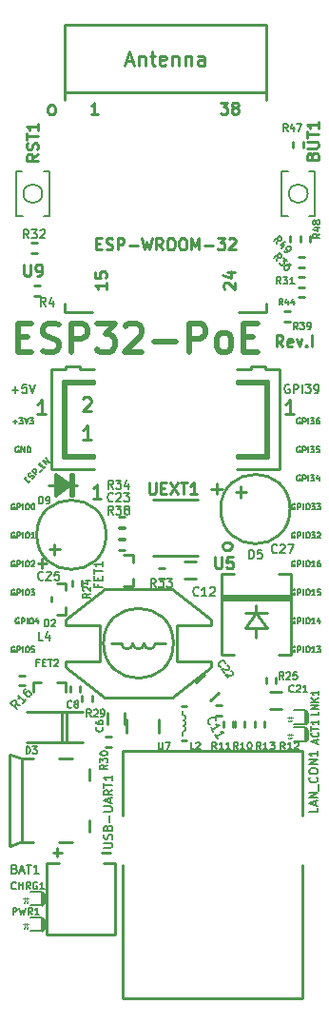
<source format=gbr>
G04 #@! TF.GenerationSoftware,KiCad,Pcbnew,5.1.0-rc2-unknown-036be7d~80~ubuntu16.04.1*
G04 #@! TF.CreationDate,2021-12-15T16:14:17+02:00*
G04 #@! TF.ProjectId,ESP32-PoE_Rev_I,45535033-322d-4506-9f45-5f5265765f49,I*
G04 #@! TF.SameCoordinates,Original*
G04 #@! TF.FileFunction,Legend,Top*
G04 #@! TF.FilePolarity,Positive*
%FSLAX46Y46*%
G04 Gerber Fmt 4.6, Leading zero omitted, Abs format (unit mm)*
G04 Created by KiCad (PCBNEW 5.1.0-rc2-unknown-036be7d~80~ubuntu16.04.1) date 2021-12-15 16:14:17*
%MOMM*%
%LPD*%
G04 APERTURE LIST*
%ADD10C,0.254000*%
%ADD11C,0.190500*%
%ADD12C,0.127000*%
%ADD13C,0.508000*%
%ADD14C,0.200000*%
%ADD15C,0.100000*%
%ADD16C,0.050000*%
%ADD17C,0.600000*%
%ADD18C,0.158750*%
%ADD19C,0.139700*%
G04 APERTURE END LIST*
D10*
X98406857Y-131384523D02*
X97681142Y-131384523D01*
X98044000Y-131384523D02*
X98044000Y-130114523D01*
X97923047Y-130295952D01*
X97802095Y-130416904D01*
X97681142Y-130477380D01*
D11*
X115179928Y-121285000D02*
X115107357Y-121248714D01*
X114998500Y-121248714D01*
X114889642Y-121285000D01*
X114817071Y-121357571D01*
X114780785Y-121430142D01*
X114744500Y-121575285D01*
X114744500Y-121684142D01*
X114780785Y-121829285D01*
X114817071Y-121901857D01*
X114889642Y-121974428D01*
X114998500Y-122010714D01*
X115071071Y-122010714D01*
X115179928Y-121974428D01*
X115216214Y-121938142D01*
X115216214Y-121684142D01*
X115071071Y-121684142D01*
X115542785Y-122010714D02*
X115542785Y-121248714D01*
X115833071Y-121248714D01*
X115905642Y-121285000D01*
X115941928Y-121321285D01*
X115978214Y-121393857D01*
X115978214Y-121502714D01*
X115941928Y-121575285D01*
X115905642Y-121611571D01*
X115833071Y-121647857D01*
X115542785Y-121647857D01*
X116304785Y-122010714D02*
X116304785Y-121248714D01*
X116595071Y-121248714D02*
X117066785Y-121248714D01*
X116812785Y-121539000D01*
X116921642Y-121539000D01*
X116994214Y-121575285D01*
X117030500Y-121611571D01*
X117066785Y-121684142D01*
X117066785Y-121865571D01*
X117030500Y-121938142D01*
X116994214Y-121974428D01*
X116921642Y-122010714D01*
X116703928Y-122010714D01*
X116631357Y-121974428D01*
X116595071Y-121938142D01*
X117429642Y-122010714D02*
X117574785Y-122010714D01*
X117647357Y-121974428D01*
X117683642Y-121938142D01*
X117756214Y-121829285D01*
X117792500Y-121684142D01*
X117792500Y-121393857D01*
X117756214Y-121321285D01*
X117719928Y-121285000D01*
X117647357Y-121248714D01*
X117502214Y-121248714D01*
X117429642Y-121285000D01*
X117393357Y-121321285D01*
X117357071Y-121393857D01*
X117357071Y-121575285D01*
X117393357Y-121647857D01*
X117429642Y-121684142D01*
X117502214Y-121720428D01*
X117647357Y-121720428D01*
X117719928Y-121684142D01*
X117756214Y-121647857D01*
X117792500Y-121575285D01*
D12*
X116114285Y-124269500D02*
X116065904Y-124245309D01*
X115993333Y-124245309D01*
X115920761Y-124269500D01*
X115872380Y-124317880D01*
X115848190Y-124366261D01*
X115824000Y-124463023D01*
X115824000Y-124535595D01*
X115848190Y-124632357D01*
X115872380Y-124680738D01*
X115920761Y-124729119D01*
X115993333Y-124753309D01*
X116041714Y-124753309D01*
X116114285Y-124729119D01*
X116138476Y-124704928D01*
X116138476Y-124535595D01*
X116041714Y-124535595D01*
X116356190Y-124753309D02*
X116356190Y-124245309D01*
X116549714Y-124245309D01*
X116598095Y-124269500D01*
X116622285Y-124293690D01*
X116646476Y-124342071D01*
X116646476Y-124414642D01*
X116622285Y-124463023D01*
X116598095Y-124487214D01*
X116549714Y-124511404D01*
X116356190Y-124511404D01*
X116864190Y-124753309D02*
X116864190Y-124245309D01*
X117057714Y-124245309D02*
X117372190Y-124245309D01*
X117202857Y-124438833D01*
X117275428Y-124438833D01*
X117323809Y-124463023D01*
X117348000Y-124487214D01*
X117372190Y-124535595D01*
X117372190Y-124656547D01*
X117348000Y-124704928D01*
X117323809Y-124729119D01*
X117275428Y-124753309D01*
X117130285Y-124753309D01*
X117081904Y-124729119D01*
X117057714Y-124704928D01*
X117807619Y-124245309D02*
X117710857Y-124245309D01*
X117662476Y-124269500D01*
X117638285Y-124293690D01*
X117589904Y-124366261D01*
X117565714Y-124463023D01*
X117565714Y-124656547D01*
X117589904Y-124704928D01*
X117614095Y-124729119D01*
X117662476Y-124753309D01*
X117759238Y-124753309D01*
X117807619Y-124729119D01*
X117831809Y-124704928D01*
X117856000Y-124656547D01*
X117856000Y-124535595D01*
X117831809Y-124487214D01*
X117807619Y-124463023D01*
X117759238Y-124438833D01*
X117662476Y-124438833D01*
X117614095Y-124463023D01*
X117589904Y-124487214D01*
X117565714Y-124535595D01*
X116114285Y-126809500D02*
X116065904Y-126785309D01*
X115993333Y-126785309D01*
X115920761Y-126809500D01*
X115872380Y-126857880D01*
X115848190Y-126906261D01*
X115824000Y-127003023D01*
X115824000Y-127075595D01*
X115848190Y-127172357D01*
X115872380Y-127220738D01*
X115920761Y-127269119D01*
X115993333Y-127293309D01*
X116041714Y-127293309D01*
X116114285Y-127269119D01*
X116138476Y-127244928D01*
X116138476Y-127075595D01*
X116041714Y-127075595D01*
X116356190Y-127293309D02*
X116356190Y-126785309D01*
X116549714Y-126785309D01*
X116598095Y-126809500D01*
X116622285Y-126833690D01*
X116646476Y-126882071D01*
X116646476Y-126954642D01*
X116622285Y-127003023D01*
X116598095Y-127027214D01*
X116549714Y-127051404D01*
X116356190Y-127051404D01*
X116864190Y-127293309D02*
X116864190Y-126785309D01*
X117057714Y-126785309D02*
X117372190Y-126785309D01*
X117202857Y-126978833D01*
X117275428Y-126978833D01*
X117323809Y-127003023D01*
X117348000Y-127027214D01*
X117372190Y-127075595D01*
X117372190Y-127196547D01*
X117348000Y-127244928D01*
X117323809Y-127269119D01*
X117275428Y-127293309D01*
X117130285Y-127293309D01*
X117081904Y-127269119D01*
X117057714Y-127244928D01*
X117831809Y-126785309D02*
X117589904Y-126785309D01*
X117565714Y-127027214D01*
X117589904Y-127003023D01*
X117638285Y-126978833D01*
X117759238Y-126978833D01*
X117807619Y-127003023D01*
X117831809Y-127027214D01*
X117856000Y-127075595D01*
X117856000Y-127196547D01*
X117831809Y-127244928D01*
X117807619Y-127269119D01*
X117759238Y-127293309D01*
X117638285Y-127293309D01*
X117589904Y-127269119D01*
X117565714Y-127244928D01*
X116114285Y-129349500D02*
X116065904Y-129325309D01*
X115993333Y-129325309D01*
X115920761Y-129349500D01*
X115872380Y-129397880D01*
X115848190Y-129446261D01*
X115824000Y-129543023D01*
X115824000Y-129615595D01*
X115848190Y-129712357D01*
X115872380Y-129760738D01*
X115920761Y-129809119D01*
X115993333Y-129833309D01*
X116041714Y-129833309D01*
X116114285Y-129809119D01*
X116138476Y-129784928D01*
X116138476Y-129615595D01*
X116041714Y-129615595D01*
X116356190Y-129833309D02*
X116356190Y-129325309D01*
X116549714Y-129325309D01*
X116598095Y-129349500D01*
X116622285Y-129373690D01*
X116646476Y-129422071D01*
X116646476Y-129494642D01*
X116622285Y-129543023D01*
X116598095Y-129567214D01*
X116549714Y-129591404D01*
X116356190Y-129591404D01*
X116864190Y-129833309D02*
X116864190Y-129325309D01*
X117057714Y-129325309D02*
X117372190Y-129325309D01*
X117202857Y-129518833D01*
X117275428Y-129518833D01*
X117323809Y-129543023D01*
X117348000Y-129567214D01*
X117372190Y-129615595D01*
X117372190Y-129736547D01*
X117348000Y-129784928D01*
X117323809Y-129809119D01*
X117275428Y-129833309D01*
X117130285Y-129833309D01*
X117081904Y-129809119D01*
X117057714Y-129784928D01*
X117807619Y-129494642D02*
X117807619Y-129833309D01*
X117686666Y-129301119D02*
X117565714Y-129663976D01*
X117880190Y-129663976D01*
X115657690Y-131889500D02*
X115609309Y-131865309D01*
X115536738Y-131865309D01*
X115464166Y-131889500D01*
X115415785Y-131937880D01*
X115391595Y-131986261D01*
X115367404Y-132083023D01*
X115367404Y-132155595D01*
X115391595Y-132252357D01*
X115415785Y-132300738D01*
X115464166Y-132349119D01*
X115536738Y-132373309D01*
X115585119Y-132373309D01*
X115657690Y-132349119D01*
X115681880Y-132324928D01*
X115681880Y-132155595D01*
X115585119Y-132155595D01*
X115899595Y-132373309D02*
X115899595Y-131865309D01*
X116093119Y-131865309D01*
X116141500Y-131889500D01*
X116165690Y-131913690D01*
X116189880Y-131962071D01*
X116189880Y-132034642D01*
X116165690Y-132083023D01*
X116141500Y-132107214D01*
X116093119Y-132131404D01*
X115899595Y-132131404D01*
X116407595Y-132373309D02*
X116407595Y-131865309D01*
X116746261Y-131865309D02*
X116843023Y-131865309D01*
X116891404Y-131889500D01*
X116939785Y-131937880D01*
X116963976Y-132034642D01*
X116963976Y-132203976D01*
X116939785Y-132300738D01*
X116891404Y-132349119D01*
X116843023Y-132373309D01*
X116746261Y-132373309D01*
X116697880Y-132349119D01*
X116649500Y-132300738D01*
X116625309Y-132203976D01*
X116625309Y-132034642D01*
X116649500Y-131937880D01*
X116697880Y-131889500D01*
X116746261Y-131865309D01*
X117133309Y-131865309D02*
X117447785Y-131865309D01*
X117278452Y-132058833D01*
X117351023Y-132058833D01*
X117399404Y-132083023D01*
X117423595Y-132107214D01*
X117447785Y-132155595D01*
X117447785Y-132276547D01*
X117423595Y-132324928D01*
X117399404Y-132349119D01*
X117351023Y-132373309D01*
X117205880Y-132373309D01*
X117157500Y-132349119D01*
X117133309Y-132324928D01*
X117617119Y-131865309D02*
X117931595Y-131865309D01*
X117762261Y-132058833D01*
X117834833Y-132058833D01*
X117883214Y-132083023D01*
X117907404Y-132107214D01*
X117931595Y-132155595D01*
X117931595Y-132276547D01*
X117907404Y-132324928D01*
X117883214Y-132349119D01*
X117834833Y-132373309D01*
X117689690Y-132373309D01*
X117641309Y-132349119D01*
X117617119Y-132324928D01*
X115657690Y-134429500D02*
X115609309Y-134405309D01*
X115536738Y-134405309D01*
X115464166Y-134429500D01*
X115415785Y-134477880D01*
X115391595Y-134526261D01*
X115367404Y-134623023D01*
X115367404Y-134695595D01*
X115391595Y-134792357D01*
X115415785Y-134840738D01*
X115464166Y-134889119D01*
X115536738Y-134913309D01*
X115585119Y-134913309D01*
X115657690Y-134889119D01*
X115681880Y-134864928D01*
X115681880Y-134695595D01*
X115585119Y-134695595D01*
X115899595Y-134913309D02*
X115899595Y-134405309D01*
X116093119Y-134405309D01*
X116141500Y-134429500D01*
X116165690Y-134453690D01*
X116189880Y-134502071D01*
X116189880Y-134574642D01*
X116165690Y-134623023D01*
X116141500Y-134647214D01*
X116093119Y-134671404D01*
X115899595Y-134671404D01*
X116407595Y-134913309D02*
X116407595Y-134405309D01*
X116746261Y-134405309D02*
X116843023Y-134405309D01*
X116891404Y-134429500D01*
X116939785Y-134477880D01*
X116963976Y-134574642D01*
X116963976Y-134743976D01*
X116939785Y-134840738D01*
X116891404Y-134889119D01*
X116843023Y-134913309D01*
X116746261Y-134913309D01*
X116697880Y-134889119D01*
X116649500Y-134840738D01*
X116625309Y-134743976D01*
X116625309Y-134574642D01*
X116649500Y-134477880D01*
X116697880Y-134429500D01*
X116746261Y-134405309D01*
X117133309Y-134405309D02*
X117447785Y-134405309D01*
X117278452Y-134598833D01*
X117351023Y-134598833D01*
X117399404Y-134623023D01*
X117423595Y-134647214D01*
X117447785Y-134695595D01*
X117447785Y-134816547D01*
X117423595Y-134864928D01*
X117399404Y-134889119D01*
X117351023Y-134913309D01*
X117205880Y-134913309D01*
X117157500Y-134889119D01*
X117133309Y-134864928D01*
X117641309Y-134453690D02*
X117665500Y-134429500D01*
X117713880Y-134405309D01*
X117834833Y-134405309D01*
X117883214Y-134429500D01*
X117907404Y-134453690D01*
X117931595Y-134502071D01*
X117931595Y-134550452D01*
X117907404Y-134623023D01*
X117617119Y-134913309D01*
X117931595Y-134913309D01*
X115657690Y-136969500D02*
X115609309Y-136945309D01*
X115536738Y-136945309D01*
X115464166Y-136969500D01*
X115415785Y-137017880D01*
X115391595Y-137066261D01*
X115367404Y-137163023D01*
X115367404Y-137235595D01*
X115391595Y-137332357D01*
X115415785Y-137380738D01*
X115464166Y-137429119D01*
X115536738Y-137453309D01*
X115585119Y-137453309D01*
X115657690Y-137429119D01*
X115681880Y-137404928D01*
X115681880Y-137235595D01*
X115585119Y-137235595D01*
X115899595Y-137453309D02*
X115899595Y-136945309D01*
X116093119Y-136945309D01*
X116141500Y-136969500D01*
X116165690Y-136993690D01*
X116189880Y-137042071D01*
X116189880Y-137114642D01*
X116165690Y-137163023D01*
X116141500Y-137187214D01*
X116093119Y-137211404D01*
X115899595Y-137211404D01*
X116407595Y-137453309D02*
X116407595Y-136945309D01*
X116746261Y-136945309D02*
X116843023Y-136945309D01*
X116891404Y-136969500D01*
X116939785Y-137017880D01*
X116963976Y-137114642D01*
X116963976Y-137283976D01*
X116939785Y-137380738D01*
X116891404Y-137429119D01*
X116843023Y-137453309D01*
X116746261Y-137453309D01*
X116697880Y-137429119D01*
X116649500Y-137380738D01*
X116625309Y-137283976D01*
X116625309Y-137114642D01*
X116649500Y-137017880D01*
X116697880Y-136969500D01*
X116746261Y-136945309D01*
X117447785Y-137453309D02*
X117157500Y-137453309D01*
X117302642Y-137453309D02*
X117302642Y-136945309D01*
X117254261Y-137017880D01*
X117205880Y-137066261D01*
X117157500Y-137090452D01*
X117883214Y-136945309D02*
X117786452Y-136945309D01*
X117738071Y-136969500D01*
X117713880Y-136993690D01*
X117665500Y-137066261D01*
X117641309Y-137163023D01*
X117641309Y-137356547D01*
X117665500Y-137404928D01*
X117689690Y-137429119D01*
X117738071Y-137453309D01*
X117834833Y-137453309D01*
X117883214Y-137429119D01*
X117907404Y-137404928D01*
X117931595Y-137356547D01*
X117931595Y-137235595D01*
X117907404Y-137187214D01*
X117883214Y-137163023D01*
X117834833Y-137138833D01*
X117738071Y-137138833D01*
X117689690Y-137163023D01*
X117665500Y-137187214D01*
X117641309Y-137235595D01*
X115657690Y-139509500D02*
X115609309Y-139485309D01*
X115536738Y-139485309D01*
X115464166Y-139509500D01*
X115415785Y-139557880D01*
X115391595Y-139606261D01*
X115367404Y-139703023D01*
X115367404Y-139775595D01*
X115391595Y-139872357D01*
X115415785Y-139920738D01*
X115464166Y-139969119D01*
X115536738Y-139993309D01*
X115585119Y-139993309D01*
X115657690Y-139969119D01*
X115681880Y-139944928D01*
X115681880Y-139775595D01*
X115585119Y-139775595D01*
X115899595Y-139993309D02*
X115899595Y-139485309D01*
X116093119Y-139485309D01*
X116141500Y-139509500D01*
X116165690Y-139533690D01*
X116189880Y-139582071D01*
X116189880Y-139654642D01*
X116165690Y-139703023D01*
X116141500Y-139727214D01*
X116093119Y-139751404D01*
X115899595Y-139751404D01*
X116407595Y-139993309D02*
X116407595Y-139485309D01*
X116746261Y-139485309D02*
X116843023Y-139485309D01*
X116891404Y-139509500D01*
X116939785Y-139557880D01*
X116963976Y-139654642D01*
X116963976Y-139823976D01*
X116939785Y-139920738D01*
X116891404Y-139969119D01*
X116843023Y-139993309D01*
X116746261Y-139993309D01*
X116697880Y-139969119D01*
X116649500Y-139920738D01*
X116625309Y-139823976D01*
X116625309Y-139654642D01*
X116649500Y-139557880D01*
X116697880Y-139509500D01*
X116746261Y-139485309D01*
X117447785Y-139993309D02*
X117157500Y-139993309D01*
X117302642Y-139993309D02*
X117302642Y-139485309D01*
X117254261Y-139557880D01*
X117205880Y-139606261D01*
X117157500Y-139630452D01*
X117907404Y-139485309D02*
X117665500Y-139485309D01*
X117641309Y-139727214D01*
X117665500Y-139703023D01*
X117713880Y-139678833D01*
X117834833Y-139678833D01*
X117883214Y-139703023D01*
X117907404Y-139727214D01*
X117931595Y-139775595D01*
X117931595Y-139896547D01*
X117907404Y-139944928D01*
X117883214Y-139969119D01*
X117834833Y-139993309D01*
X117713880Y-139993309D01*
X117665500Y-139969119D01*
X117641309Y-139944928D01*
X115657690Y-142049500D02*
X115609309Y-142025309D01*
X115536738Y-142025309D01*
X115464166Y-142049500D01*
X115415785Y-142097880D01*
X115391595Y-142146261D01*
X115367404Y-142243023D01*
X115367404Y-142315595D01*
X115391595Y-142412357D01*
X115415785Y-142460738D01*
X115464166Y-142509119D01*
X115536738Y-142533309D01*
X115585119Y-142533309D01*
X115657690Y-142509119D01*
X115681880Y-142484928D01*
X115681880Y-142315595D01*
X115585119Y-142315595D01*
X115899595Y-142533309D02*
X115899595Y-142025309D01*
X116093119Y-142025309D01*
X116141500Y-142049500D01*
X116165690Y-142073690D01*
X116189880Y-142122071D01*
X116189880Y-142194642D01*
X116165690Y-142243023D01*
X116141500Y-142267214D01*
X116093119Y-142291404D01*
X115899595Y-142291404D01*
X116407595Y-142533309D02*
X116407595Y-142025309D01*
X116746261Y-142025309D02*
X116843023Y-142025309D01*
X116891404Y-142049500D01*
X116939785Y-142097880D01*
X116963976Y-142194642D01*
X116963976Y-142363976D01*
X116939785Y-142460738D01*
X116891404Y-142509119D01*
X116843023Y-142533309D01*
X116746261Y-142533309D01*
X116697880Y-142509119D01*
X116649500Y-142460738D01*
X116625309Y-142363976D01*
X116625309Y-142194642D01*
X116649500Y-142097880D01*
X116697880Y-142049500D01*
X116746261Y-142025309D01*
X117447785Y-142533309D02*
X117157500Y-142533309D01*
X117302642Y-142533309D02*
X117302642Y-142025309D01*
X117254261Y-142097880D01*
X117205880Y-142146261D01*
X117157500Y-142170452D01*
X117883214Y-142194642D02*
X117883214Y-142533309D01*
X117762261Y-142001119D02*
X117641309Y-142363976D01*
X117955785Y-142363976D01*
X115657690Y-144589500D02*
X115609309Y-144565309D01*
X115536738Y-144565309D01*
X115464166Y-144589500D01*
X115415785Y-144637880D01*
X115391595Y-144686261D01*
X115367404Y-144783023D01*
X115367404Y-144855595D01*
X115391595Y-144952357D01*
X115415785Y-145000738D01*
X115464166Y-145049119D01*
X115536738Y-145073309D01*
X115585119Y-145073309D01*
X115657690Y-145049119D01*
X115681880Y-145024928D01*
X115681880Y-144855595D01*
X115585119Y-144855595D01*
X115899595Y-145073309D02*
X115899595Y-144565309D01*
X116093119Y-144565309D01*
X116141500Y-144589500D01*
X116165690Y-144613690D01*
X116189880Y-144662071D01*
X116189880Y-144734642D01*
X116165690Y-144783023D01*
X116141500Y-144807214D01*
X116093119Y-144831404D01*
X115899595Y-144831404D01*
X116407595Y-145073309D02*
X116407595Y-144565309D01*
X116746261Y-144565309D02*
X116843023Y-144565309D01*
X116891404Y-144589500D01*
X116939785Y-144637880D01*
X116963976Y-144734642D01*
X116963976Y-144903976D01*
X116939785Y-145000738D01*
X116891404Y-145049119D01*
X116843023Y-145073309D01*
X116746261Y-145073309D01*
X116697880Y-145049119D01*
X116649500Y-145000738D01*
X116625309Y-144903976D01*
X116625309Y-144734642D01*
X116649500Y-144637880D01*
X116697880Y-144589500D01*
X116746261Y-144565309D01*
X117447785Y-145073309D02*
X117157500Y-145073309D01*
X117302642Y-145073309D02*
X117302642Y-144565309D01*
X117254261Y-144637880D01*
X117205880Y-144686261D01*
X117157500Y-144710452D01*
X117617119Y-144565309D02*
X117931595Y-144565309D01*
X117762261Y-144758833D01*
X117834833Y-144758833D01*
X117883214Y-144783023D01*
X117907404Y-144807214D01*
X117931595Y-144855595D01*
X117931595Y-144976547D01*
X117907404Y-145024928D01*
X117883214Y-145049119D01*
X117834833Y-145073309D01*
X117689690Y-145073309D01*
X117641309Y-145049119D01*
X117617119Y-145024928D01*
X90690095Y-144589500D02*
X90641714Y-144565309D01*
X90569142Y-144565309D01*
X90496571Y-144589500D01*
X90448190Y-144637880D01*
X90424000Y-144686261D01*
X90399809Y-144783023D01*
X90399809Y-144855595D01*
X90424000Y-144952357D01*
X90448190Y-145000738D01*
X90496571Y-145049119D01*
X90569142Y-145073309D01*
X90617523Y-145073309D01*
X90690095Y-145049119D01*
X90714285Y-145024928D01*
X90714285Y-144855595D01*
X90617523Y-144855595D01*
X90932000Y-145073309D02*
X90932000Y-144565309D01*
X91125523Y-144565309D01*
X91173904Y-144589500D01*
X91198095Y-144613690D01*
X91222285Y-144662071D01*
X91222285Y-144734642D01*
X91198095Y-144783023D01*
X91173904Y-144807214D01*
X91125523Y-144831404D01*
X90932000Y-144831404D01*
X91440000Y-145073309D02*
X91440000Y-144565309D01*
X91778666Y-144565309D02*
X91875428Y-144565309D01*
X91923809Y-144589500D01*
X91972190Y-144637880D01*
X91996380Y-144734642D01*
X91996380Y-144903976D01*
X91972190Y-145000738D01*
X91923809Y-145049119D01*
X91875428Y-145073309D01*
X91778666Y-145073309D01*
X91730285Y-145049119D01*
X91681904Y-145000738D01*
X91657714Y-144903976D01*
X91657714Y-144734642D01*
X91681904Y-144637880D01*
X91730285Y-144589500D01*
X91778666Y-144565309D01*
X92456000Y-144565309D02*
X92214095Y-144565309D01*
X92189904Y-144807214D01*
X92214095Y-144783023D01*
X92262476Y-144758833D01*
X92383428Y-144758833D01*
X92431809Y-144783023D01*
X92456000Y-144807214D01*
X92480190Y-144855595D01*
X92480190Y-144976547D01*
X92456000Y-145024928D01*
X92431809Y-145049119D01*
X92383428Y-145073309D01*
X92262476Y-145073309D01*
X92214095Y-145049119D01*
X92189904Y-145024928D01*
X91071095Y-142049500D02*
X91022714Y-142025309D01*
X90950142Y-142025309D01*
X90877571Y-142049500D01*
X90829190Y-142097880D01*
X90805000Y-142146261D01*
X90780809Y-142243023D01*
X90780809Y-142315595D01*
X90805000Y-142412357D01*
X90829190Y-142460738D01*
X90877571Y-142509119D01*
X90950142Y-142533309D01*
X90998523Y-142533309D01*
X91071095Y-142509119D01*
X91095285Y-142484928D01*
X91095285Y-142315595D01*
X90998523Y-142315595D01*
X91313000Y-142533309D02*
X91313000Y-142025309D01*
X91506523Y-142025309D01*
X91554904Y-142049500D01*
X91579095Y-142073690D01*
X91603285Y-142122071D01*
X91603285Y-142194642D01*
X91579095Y-142243023D01*
X91554904Y-142267214D01*
X91506523Y-142291404D01*
X91313000Y-142291404D01*
X91821000Y-142533309D02*
X91821000Y-142025309D01*
X92159666Y-142025309D02*
X92256428Y-142025309D01*
X92304809Y-142049500D01*
X92353190Y-142097880D01*
X92377380Y-142194642D01*
X92377380Y-142363976D01*
X92353190Y-142460738D01*
X92304809Y-142509119D01*
X92256428Y-142533309D01*
X92159666Y-142533309D01*
X92111285Y-142509119D01*
X92062904Y-142460738D01*
X92038714Y-142363976D01*
X92038714Y-142194642D01*
X92062904Y-142097880D01*
X92111285Y-142049500D01*
X92159666Y-142025309D01*
X92812809Y-142194642D02*
X92812809Y-142533309D01*
X92691857Y-142001119D02*
X92570904Y-142363976D01*
X92885380Y-142363976D01*
X90690095Y-139509500D02*
X90641714Y-139485309D01*
X90569142Y-139485309D01*
X90496571Y-139509500D01*
X90448190Y-139557880D01*
X90424000Y-139606261D01*
X90399809Y-139703023D01*
X90399809Y-139775595D01*
X90424000Y-139872357D01*
X90448190Y-139920738D01*
X90496571Y-139969119D01*
X90569142Y-139993309D01*
X90617523Y-139993309D01*
X90690095Y-139969119D01*
X90714285Y-139944928D01*
X90714285Y-139775595D01*
X90617523Y-139775595D01*
X90932000Y-139993309D02*
X90932000Y-139485309D01*
X91125523Y-139485309D01*
X91173904Y-139509500D01*
X91198095Y-139533690D01*
X91222285Y-139582071D01*
X91222285Y-139654642D01*
X91198095Y-139703023D01*
X91173904Y-139727214D01*
X91125523Y-139751404D01*
X90932000Y-139751404D01*
X91440000Y-139993309D02*
X91440000Y-139485309D01*
X91778666Y-139485309D02*
X91875428Y-139485309D01*
X91923809Y-139509500D01*
X91972190Y-139557880D01*
X91996380Y-139654642D01*
X91996380Y-139823976D01*
X91972190Y-139920738D01*
X91923809Y-139969119D01*
X91875428Y-139993309D01*
X91778666Y-139993309D01*
X91730285Y-139969119D01*
X91681904Y-139920738D01*
X91657714Y-139823976D01*
X91657714Y-139654642D01*
X91681904Y-139557880D01*
X91730285Y-139509500D01*
X91778666Y-139485309D01*
X92165714Y-139485309D02*
X92480190Y-139485309D01*
X92310857Y-139678833D01*
X92383428Y-139678833D01*
X92431809Y-139703023D01*
X92456000Y-139727214D01*
X92480190Y-139775595D01*
X92480190Y-139896547D01*
X92456000Y-139944928D01*
X92431809Y-139969119D01*
X92383428Y-139993309D01*
X92238285Y-139993309D01*
X92189904Y-139969119D01*
X92165714Y-139944928D01*
X90690095Y-136969500D02*
X90641714Y-136945309D01*
X90569142Y-136945309D01*
X90496571Y-136969500D01*
X90448190Y-137017880D01*
X90424000Y-137066261D01*
X90399809Y-137163023D01*
X90399809Y-137235595D01*
X90424000Y-137332357D01*
X90448190Y-137380738D01*
X90496571Y-137429119D01*
X90569142Y-137453309D01*
X90617523Y-137453309D01*
X90690095Y-137429119D01*
X90714285Y-137404928D01*
X90714285Y-137235595D01*
X90617523Y-137235595D01*
X90932000Y-137453309D02*
X90932000Y-136945309D01*
X91125523Y-136945309D01*
X91173904Y-136969500D01*
X91198095Y-136993690D01*
X91222285Y-137042071D01*
X91222285Y-137114642D01*
X91198095Y-137163023D01*
X91173904Y-137187214D01*
X91125523Y-137211404D01*
X90932000Y-137211404D01*
X91440000Y-137453309D02*
X91440000Y-136945309D01*
X91778666Y-136945309D02*
X91875428Y-136945309D01*
X91923809Y-136969500D01*
X91972190Y-137017880D01*
X91996380Y-137114642D01*
X91996380Y-137283976D01*
X91972190Y-137380738D01*
X91923809Y-137429119D01*
X91875428Y-137453309D01*
X91778666Y-137453309D01*
X91730285Y-137429119D01*
X91681904Y-137380738D01*
X91657714Y-137283976D01*
X91657714Y-137114642D01*
X91681904Y-137017880D01*
X91730285Y-136969500D01*
X91778666Y-136945309D01*
X92189904Y-136993690D02*
X92214095Y-136969500D01*
X92262476Y-136945309D01*
X92383428Y-136945309D01*
X92431809Y-136969500D01*
X92456000Y-136993690D01*
X92480190Y-137042071D01*
X92480190Y-137090452D01*
X92456000Y-137163023D01*
X92165714Y-137453309D01*
X92480190Y-137453309D01*
X90690095Y-134429500D02*
X90641714Y-134405309D01*
X90569142Y-134405309D01*
X90496571Y-134429500D01*
X90448190Y-134477880D01*
X90424000Y-134526261D01*
X90399809Y-134623023D01*
X90399809Y-134695595D01*
X90424000Y-134792357D01*
X90448190Y-134840738D01*
X90496571Y-134889119D01*
X90569142Y-134913309D01*
X90617523Y-134913309D01*
X90690095Y-134889119D01*
X90714285Y-134864928D01*
X90714285Y-134695595D01*
X90617523Y-134695595D01*
X90932000Y-134913309D02*
X90932000Y-134405309D01*
X91125523Y-134405309D01*
X91173904Y-134429500D01*
X91198095Y-134453690D01*
X91222285Y-134502071D01*
X91222285Y-134574642D01*
X91198095Y-134623023D01*
X91173904Y-134647214D01*
X91125523Y-134671404D01*
X90932000Y-134671404D01*
X91440000Y-134913309D02*
X91440000Y-134405309D01*
X91778666Y-134405309D02*
X91875428Y-134405309D01*
X91923809Y-134429500D01*
X91972190Y-134477880D01*
X91996380Y-134574642D01*
X91996380Y-134743976D01*
X91972190Y-134840738D01*
X91923809Y-134889119D01*
X91875428Y-134913309D01*
X91778666Y-134913309D01*
X91730285Y-134889119D01*
X91681904Y-134840738D01*
X91657714Y-134743976D01*
X91657714Y-134574642D01*
X91681904Y-134477880D01*
X91730285Y-134429500D01*
X91778666Y-134405309D01*
X92480190Y-134913309D02*
X92189904Y-134913309D01*
X92335047Y-134913309D02*
X92335047Y-134405309D01*
X92286666Y-134477880D01*
X92238285Y-134526261D01*
X92189904Y-134550452D01*
X90690095Y-131889500D02*
X90641714Y-131865309D01*
X90569142Y-131865309D01*
X90496571Y-131889500D01*
X90448190Y-131937880D01*
X90424000Y-131986261D01*
X90399809Y-132083023D01*
X90399809Y-132155595D01*
X90424000Y-132252357D01*
X90448190Y-132300738D01*
X90496571Y-132349119D01*
X90569142Y-132373309D01*
X90617523Y-132373309D01*
X90690095Y-132349119D01*
X90714285Y-132324928D01*
X90714285Y-132155595D01*
X90617523Y-132155595D01*
X90932000Y-132373309D02*
X90932000Y-131865309D01*
X91125523Y-131865309D01*
X91173904Y-131889500D01*
X91198095Y-131913690D01*
X91222285Y-131962071D01*
X91222285Y-132034642D01*
X91198095Y-132083023D01*
X91173904Y-132107214D01*
X91125523Y-132131404D01*
X90932000Y-132131404D01*
X91440000Y-132373309D02*
X91440000Y-131865309D01*
X91778666Y-131865309D02*
X91875428Y-131865309D01*
X91923809Y-131889500D01*
X91972190Y-131937880D01*
X91996380Y-132034642D01*
X91996380Y-132203976D01*
X91972190Y-132300738D01*
X91923809Y-132349119D01*
X91875428Y-132373309D01*
X91778666Y-132373309D01*
X91730285Y-132349119D01*
X91681904Y-132300738D01*
X91657714Y-132203976D01*
X91657714Y-132034642D01*
X91681904Y-131937880D01*
X91730285Y-131889500D01*
X91778666Y-131865309D01*
X92310857Y-131865309D02*
X92359238Y-131865309D01*
X92407619Y-131889500D01*
X92431809Y-131913690D01*
X92456000Y-131962071D01*
X92480190Y-132058833D01*
X92480190Y-132179785D01*
X92456000Y-132276547D01*
X92431809Y-132324928D01*
X92407619Y-132349119D01*
X92359238Y-132373309D01*
X92310857Y-132373309D01*
X92262476Y-132349119D01*
X92238285Y-132324928D01*
X92214095Y-132276547D01*
X92189904Y-132179785D01*
X92189904Y-132058833D01*
X92214095Y-131962071D01*
X92238285Y-131913690D01*
X92262476Y-131889500D01*
X92310857Y-131865309D01*
X91769211Y-129794472D02*
X91888948Y-129674736D01*
X92128421Y-129811578D02*
X91957369Y-129982630D01*
X91598158Y-129623420D01*
X91769211Y-129452367D01*
X92248158Y-129657630D02*
X92316579Y-129623420D01*
X92402105Y-129537894D01*
X92419210Y-129486578D01*
X92419210Y-129452367D01*
X92402105Y-129401052D01*
X92367895Y-129366841D01*
X92316579Y-129349736D01*
X92282368Y-129349736D01*
X92231053Y-129366841D01*
X92145526Y-129418157D01*
X92094211Y-129435262D01*
X92060000Y-129435262D01*
X92008684Y-129418157D01*
X91974474Y-129383946D01*
X91957369Y-129332631D01*
X91957369Y-129298420D01*
X91974474Y-129247104D01*
X92060000Y-129161578D01*
X92128421Y-129127368D01*
X92624473Y-129315525D02*
X92265263Y-128956315D01*
X92402105Y-128819473D01*
X92453421Y-128802368D01*
X92487631Y-128802368D01*
X92538947Y-128819473D01*
X92590263Y-128870789D01*
X92607368Y-128922105D01*
X92607368Y-128956315D01*
X92590263Y-129007631D01*
X92453421Y-129144473D01*
X92932368Y-129076052D02*
X93206052Y-128802368D01*
X93069210Y-128494474D02*
X93188946Y-128374737D01*
X93428420Y-128511579D02*
X93257367Y-128682631D01*
X92898157Y-128323421D01*
X93069210Y-128152369D01*
X93582367Y-128357632D02*
X93223157Y-127998421D01*
X93787630Y-128152369D01*
X93428420Y-127793158D01*
X91052952Y-126809500D02*
X91004571Y-126785309D01*
X90932000Y-126785309D01*
X90859428Y-126809500D01*
X90811047Y-126857880D01*
X90786857Y-126906261D01*
X90762666Y-127003023D01*
X90762666Y-127075595D01*
X90786857Y-127172357D01*
X90811047Y-127220738D01*
X90859428Y-127269119D01*
X90932000Y-127293309D01*
X90980380Y-127293309D01*
X91052952Y-127269119D01*
X91077142Y-127244928D01*
X91077142Y-127075595D01*
X90980380Y-127075595D01*
X91294857Y-127293309D02*
X91294857Y-126785309D01*
X91585142Y-127293309D01*
X91585142Y-126785309D01*
X91827047Y-127293309D02*
X91827047Y-126785309D01*
X91948000Y-126785309D01*
X92020571Y-126809500D01*
X92068952Y-126857880D01*
X92093142Y-126906261D01*
X92117333Y-127003023D01*
X92117333Y-127075595D01*
X92093142Y-127172357D01*
X92068952Y-127220738D01*
X92020571Y-127269119D01*
X91948000Y-127293309D01*
X91827047Y-127293309D01*
X90544952Y-124559785D02*
X90932000Y-124559785D01*
X90738476Y-124753309D02*
X90738476Y-124366261D01*
X91125523Y-124245309D02*
X91440000Y-124245309D01*
X91270666Y-124438833D01*
X91343238Y-124438833D01*
X91391619Y-124463023D01*
X91415809Y-124487214D01*
X91440000Y-124535595D01*
X91440000Y-124656547D01*
X91415809Y-124704928D01*
X91391619Y-124729119D01*
X91343238Y-124753309D01*
X91198095Y-124753309D01*
X91149714Y-124729119D01*
X91125523Y-124704928D01*
X91585142Y-124245309D02*
X91754476Y-124753309D01*
X91923809Y-124245309D01*
X92044761Y-124245309D02*
X92359238Y-124245309D01*
X92189904Y-124438833D01*
X92262476Y-124438833D01*
X92310857Y-124463023D01*
X92335047Y-124487214D01*
X92359238Y-124535595D01*
X92359238Y-124656547D01*
X92335047Y-124704928D01*
X92310857Y-124729119D01*
X92262476Y-124753309D01*
X92117333Y-124753309D01*
X92068952Y-124729119D01*
X92044761Y-124704928D01*
D11*
X90460285Y-121720428D02*
X91040857Y-121720428D01*
X90750571Y-122010714D02*
X90750571Y-121430142D01*
X91766571Y-121248714D02*
X91403714Y-121248714D01*
X91367428Y-121611571D01*
X91403714Y-121575285D01*
X91476285Y-121539000D01*
X91657714Y-121539000D01*
X91730285Y-121575285D01*
X91766571Y-121611571D01*
X91802857Y-121684142D01*
X91802857Y-121865571D01*
X91766571Y-121938142D01*
X91730285Y-121974428D01*
X91657714Y-122010714D01*
X91476285Y-122010714D01*
X91403714Y-121974428D01*
X91367428Y-121938142D01*
X92020571Y-121248714D02*
X92274571Y-122010714D01*
X92528571Y-121248714D01*
D10*
X99193047Y-162931928D02*
X98418952Y-162931928D01*
X94497071Y-163264547D02*
X94497071Y-162490452D01*
X94884119Y-162877500D02*
X94110023Y-162877500D01*
X115551857Y-123891523D02*
X114826142Y-123891523D01*
X115189000Y-123891523D02*
X115189000Y-122621523D01*
X115068047Y-122802952D01*
X114947095Y-122923904D01*
X114826142Y-122984380D01*
X93453857Y-123891523D02*
X92728142Y-123891523D01*
X93091000Y-123891523D02*
X93091000Y-122621523D01*
X92970047Y-122802952D01*
X92849095Y-122923904D01*
X92728142Y-122984380D01*
D13*
X91016666Y-117039571D02*
X91863333Y-117039571D01*
X92226190Y-118370047D02*
X91016666Y-118370047D01*
X91016666Y-115830047D01*
X92226190Y-115830047D01*
X93193809Y-118249095D02*
X93556666Y-118370047D01*
X94161428Y-118370047D01*
X94403333Y-118249095D01*
X94524285Y-118128142D01*
X94645238Y-117886238D01*
X94645238Y-117644333D01*
X94524285Y-117402428D01*
X94403333Y-117281476D01*
X94161428Y-117160523D01*
X93677619Y-117039571D01*
X93435714Y-116918619D01*
X93314761Y-116797666D01*
X93193809Y-116555761D01*
X93193809Y-116313857D01*
X93314761Y-116071952D01*
X93435714Y-115951000D01*
X93677619Y-115830047D01*
X94282380Y-115830047D01*
X94645238Y-115951000D01*
X95733809Y-118370047D02*
X95733809Y-115830047D01*
X96701428Y-115830047D01*
X96943333Y-115951000D01*
X97064285Y-116071952D01*
X97185238Y-116313857D01*
X97185238Y-116676714D01*
X97064285Y-116918619D01*
X96943333Y-117039571D01*
X96701428Y-117160523D01*
X95733809Y-117160523D01*
X98031904Y-115830047D02*
X99604285Y-115830047D01*
X98757619Y-116797666D01*
X99120476Y-116797666D01*
X99362380Y-116918619D01*
X99483333Y-117039571D01*
X99604285Y-117281476D01*
X99604285Y-117886238D01*
X99483333Y-118128142D01*
X99362380Y-118249095D01*
X99120476Y-118370047D01*
X98394761Y-118370047D01*
X98152857Y-118249095D01*
X98031904Y-118128142D01*
X100571904Y-116071952D02*
X100692857Y-115951000D01*
X100934761Y-115830047D01*
X101539523Y-115830047D01*
X101781428Y-115951000D01*
X101902380Y-116071952D01*
X102023333Y-116313857D01*
X102023333Y-116555761D01*
X101902380Y-116918619D01*
X100450952Y-118370047D01*
X102023333Y-118370047D01*
X103111904Y-117402428D02*
X105047142Y-117402428D01*
X106256666Y-118370047D02*
X106256666Y-115830047D01*
X107224285Y-115830047D01*
X107466190Y-115951000D01*
X107587142Y-116071952D01*
X107708095Y-116313857D01*
X107708095Y-116676714D01*
X107587142Y-116918619D01*
X107466190Y-117039571D01*
X107224285Y-117160523D01*
X106256666Y-117160523D01*
X109159523Y-118370047D02*
X108917619Y-118249095D01*
X108796666Y-118128142D01*
X108675714Y-117886238D01*
X108675714Y-117160523D01*
X108796666Y-116918619D01*
X108917619Y-116797666D01*
X109159523Y-116676714D01*
X109522380Y-116676714D01*
X109764285Y-116797666D01*
X109885238Y-116918619D01*
X110006190Y-117160523D01*
X110006190Y-117886238D01*
X109885238Y-118128142D01*
X109764285Y-118249095D01*
X109522380Y-118370047D01*
X109159523Y-118370047D01*
X111094761Y-117039571D02*
X111941428Y-117039571D01*
X112304285Y-118370047D02*
X111094761Y-118370047D01*
X111094761Y-115830047D01*
X112304285Y-115830047D01*
D10*
X114585810Y-117891439D02*
X114247143Y-117407629D01*
X114005239Y-117891439D02*
X114005239Y-116875439D01*
X114392286Y-116875439D01*
X114489048Y-116923820D01*
X114537429Y-116972200D01*
X114585810Y-117068962D01*
X114585810Y-117214105D01*
X114537429Y-117310867D01*
X114489048Y-117359248D01*
X114392286Y-117407629D01*
X114005239Y-117407629D01*
X115408286Y-117843058D02*
X115311524Y-117891439D01*
X115118000Y-117891439D01*
X115021239Y-117843058D01*
X114972858Y-117746296D01*
X114972858Y-117359248D01*
X115021239Y-117262486D01*
X115118000Y-117214105D01*
X115311524Y-117214105D01*
X115408286Y-117262486D01*
X115456667Y-117359248D01*
X115456667Y-117456010D01*
X114972858Y-117552772D01*
X115795334Y-117214105D02*
X116037239Y-117891439D01*
X116279143Y-117214105D01*
X116666191Y-117794677D02*
X116714572Y-117843058D01*
X116666191Y-117891439D01*
X116617810Y-117843058D01*
X116666191Y-117794677D01*
X116666191Y-117891439D01*
X117150000Y-117891439D02*
X117150000Y-116875439D01*
X115228021Y-132334000D02*
G75*
G03X115228021Y-132334000I-3087021J0D01*
G01*
X111290000Y-114785000D02*
X110690000Y-114785000D01*
X96990000Y-114785000D02*
X97640000Y-114785000D01*
X95140000Y-89285000D02*
X95140000Y-95905000D01*
X113140000Y-114785000D02*
X113140000Y-114035000D01*
X113140000Y-114785000D02*
X110690000Y-114785000D01*
X95140000Y-114785000D02*
X97640000Y-114785000D01*
X95140000Y-114785000D02*
X95140000Y-114035000D01*
X113140000Y-89285000D02*
X113140000Y-95905000D01*
X95140000Y-95285000D02*
X113140000Y-95285000D01*
X95140000Y-89285000D02*
X113140000Y-89285000D01*
D12*
X116798738Y-104267000D02*
G75*
G03X116798738Y-104267000I-839738J0D01*
G01*
X116898000Y-106267000D02*
X117456800Y-106267000D01*
X114461200Y-106267000D02*
X115070800Y-106267000D01*
X116898000Y-102267000D02*
X117456800Y-102267000D01*
X114462000Y-102267000D02*
X115020800Y-102267000D01*
X117459000Y-106267000D02*
X117459000Y-102267000D01*
X114459000Y-106267000D02*
X114459000Y-102267000D01*
X93160738Y-104267000D02*
G75*
G03X93160738Y-104267000I-839738J0D01*
G01*
X93260000Y-106267000D02*
X93818800Y-106267000D01*
X90823200Y-106267000D02*
X91432800Y-106267000D01*
X93260000Y-102267000D02*
X93818800Y-102267000D01*
X90824000Y-102267000D02*
X91382800Y-102267000D01*
X93821000Y-106267000D02*
X93821000Y-102267000D01*
X90821000Y-106267000D02*
X90821000Y-102267000D01*
D10*
X103505000Y-151079200D02*
X103505000Y-152209500D01*
X100698300Y-151079200D02*
X100698300Y-152209500D01*
X108086822Y-149331863D02*
X108887441Y-148706351D01*
X106835797Y-147730625D02*
X107636416Y-147105113D01*
D14*
X105641000Y-152134000D02*
X105641000Y-152484000D01*
X105641000Y-150634000D02*
X105641000Y-150284000D01*
D10*
X105591000Y-149884000D02*
X105991000Y-149884000D01*
X105591000Y-152884000D02*
X105991000Y-152884000D01*
D14*
X105691000Y-151134000D02*
G75*
G02X105691000Y-151634000I0J-250000D01*
G01*
X105691000Y-150634000D02*
G75*
G02X105691000Y-151134000I0J-250000D01*
G01*
X105691000Y-151634000D02*
G75*
G02X105691000Y-152134000I0J-250000D01*
G01*
D10*
X100331000Y-153846000D02*
X116331000Y-153846000D01*
X116331000Y-153846000D02*
X116331000Y-159616000D01*
X116331000Y-164046000D02*
X116331000Y-175846000D01*
X116331000Y-175846000D02*
X100331000Y-175846000D01*
X100331000Y-175846000D02*
X100331000Y-164046000D01*
X100331000Y-159616000D02*
X100331000Y-153846000D01*
X108839000Y-150685500D02*
X108585000Y-150685500D01*
X108839000Y-150685500D02*
X109093000Y-150685500D01*
X108839000Y-149796500D02*
X109093000Y-149796500D01*
X108839000Y-149796500D02*
X108585000Y-149796500D01*
X100457000Y-150495000D02*
X100457000Y-151511000D01*
X98933000Y-150495000D02*
X98933000Y-151511000D01*
X91313000Y-148018500D02*
X91059000Y-148018500D01*
X91313000Y-148018500D02*
X91567000Y-148018500D01*
X91313000Y-147129500D02*
X91567000Y-147129500D01*
X91313000Y-147129500D02*
X91059000Y-147129500D01*
X92710000Y-113347500D02*
X92456000Y-113347500D01*
X92710000Y-113347500D02*
X92964000Y-113347500D01*
X92710000Y-112458500D02*
X92964000Y-112458500D01*
X92710000Y-112458500D02*
X92456000Y-112458500D01*
D12*
X116586000Y-151460200D02*
X115570000Y-151460200D01*
X115570000Y-150241000D02*
X116586000Y-150241000D01*
D15*
X114929000Y-150876000D02*
X115449000Y-150876000D01*
X115099000Y-150766000D02*
X115099000Y-150986000D01*
X115099000Y-150766000D02*
X115209000Y-150866000D01*
X115099000Y-150986000D02*
X115199000Y-150886000D01*
X115289000Y-150766000D02*
X115289000Y-150986000D01*
D16*
X115366800Y-151121600D02*
X115236800Y-151231600D01*
X115235200Y-151230600D02*
X115315200Y-151220600D01*
X115235200Y-151230600D02*
X115235200Y-151150600D01*
X115019800Y-151230600D02*
X115019800Y-151150600D01*
X115019800Y-151230600D02*
X115099800Y-151220600D01*
X115159800Y-151100600D02*
X115029800Y-151210600D01*
D10*
X116598700Y-150304500D02*
X116751100Y-150431500D01*
X116598700Y-151396700D02*
X116738400Y-151269700D01*
X116751100Y-150431500D02*
X116751100Y-151257000D01*
X116586000Y-151358600D02*
X116586000Y-150317200D01*
D12*
X116586000Y-152984200D02*
X115570000Y-152984200D01*
X115570000Y-151765000D02*
X116586000Y-151765000D01*
D15*
X114929000Y-152400000D02*
X115449000Y-152400000D01*
X115099000Y-152290000D02*
X115099000Y-152510000D01*
X115099000Y-152290000D02*
X115209000Y-152390000D01*
X115099000Y-152510000D02*
X115199000Y-152410000D01*
X115289000Y-152290000D02*
X115289000Y-152510000D01*
D16*
X115366800Y-152645600D02*
X115236800Y-152755600D01*
X115235200Y-152754600D02*
X115315200Y-152744600D01*
X115235200Y-152754600D02*
X115235200Y-152674600D01*
X115019800Y-152754600D02*
X115019800Y-152674600D01*
X115019800Y-152754600D02*
X115099800Y-152744600D01*
X115159800Y-152624600D02*
X115029800Y-152734600D01*
D10*
X116598700Y-151828500D02*
X116751100Y-151955500D01*
X116598700Y-152920700D02*
X116738400Y-152793700D01*
X116751100Y-151955500D02*
X116751100Y-152781000D01*
X116586000Y-152882600D02*
X116586000Y-151841200D01*
X98653600Y-163842700D02*
X99656900Y-163842700D01*
X93586300Y-163842700D02*
X94640400Y-163842700D01*
X93581220Y-163850320D02*
X93581220Y-170159680D01*
X93581220Y-170159680D02*
X99661980Y-170159680D01*
X99661980Y-170159680D02*
X99661980Y-163842698D01*
X116205000Y-113474500D02*
X115951000Y-113474500D01*
X116205000Y-113474500D02*
X116459000Y-113474500D01*
X116205000Y-112585500D02*
X116459000Y-112585500D01*
X116205000Y-112585500D02*
X115951000Y-112585500D01*
X114935000Y-114744500D02*
X115189000Y-114744500D01*
X114935000Y-114744500D02*
X114681000Y-114744500D01*
X114935000Y-115633500D02*
X114681000Y-115633500D01*
X114935000Y-115633500D02*
X115189000Y-115633500D01*
X116205000Y-109918500D02*
X116459000Y-109918500D01*
X116205000Y-109918500D02*
X115951000Y-109918500D01*
X116205000Y-110807500D02*
X115951000Y-110807500D01*
X116205000Y-110807500D02*
X116459000Y-110807500D01*
X116205000Y-110807500D02*
X116459000Y-110807500D01*
X116205000Y-110807500D02*
X115951000Y-110807500D01*
X116205000Y-111696500D02*
X115951000Y-111696500D01*
X116205000Y-111696500D02*
X116459000Y-111696500D01*
X99060000Y-152590500D02*
X98806000Y-152590500D01*
X99060000Y-152590500D02*
X99314000Y-152590500D01*
X99060000Y-153479500D02*
X99314000Y-153479500D01*
X99060000Y-153479500D02*
X98806000Y-153479500D01*
X96710500Y-149225000D02*
X96710500Y-149479000D01*
X96710500Y-149225000D02*
X96710500Y-148971000D01*
X97599500Y-149225000D02*
X97599500Y-148971000D01*
X97599500Y-149225000D02*
X97599500Y-149479000D01*
X113982500Y-147574000D02*
X113982500Y-147828000D01*
X113982500Y-147574000D02*
X113982500Y-147320000D01*
X113093500Y-147574000D02*
X113093500Y-147320000D01*
X113093500Y-147574000D02*
X113093500Y-147828000D01*
X111188500Y-151511000D02*
X111188500Y-151257000D01*
X111188500Y-151511000D02*
X111188500Y-151765000D01*
X112077500Y-151511000D02*
X112077500Y-151765000D01*
X112077500Y-151511000D02*
X112077500Y-151257000D01*
X112077500Y-151511000D02*
X112077500Y-151257000D01*
X112077500Y-151511000D02*
X112077500Y-151765000D01*
X112966500Y-151511000D02*
X112966500Y-151765000D01*
X112966500Y-151511000D02*
X112966500Y-151257000D01*
X109283500Y-151511000D02*
X109283500Y-151257000D01*
X109283500Y-151511000D02*
X109283500Y-151765000D01*
X110172500Y-151511000D02*
X110172500Y-151765000D01*
X110172500Y-151511000D02*
X110172500Y-151257000D01*
X110299500Y-151511000D02*
X110299500Y-151257000D01*
X110299500Y-151511000D02*
X110299500Y-151765000D01*
X111188500Y-151511000D02*
X111188500Y-151765000D01*
X111188500Y-151511000D02*
X111188500Y-151257000D01*
X95821500Y-138938000D02*
X95821500Y-138684000D01*
X95821500Y-138938000D02*
X95821500Y-139192000D01*
X96710500Y-138938000D02*
X96710500Y-139192000D01*
X96710500Y-138938000D02*
X96710500Y-138684000D01*
X96520000Y-148336000D02*
X96520000Y-148590000D01*
X96520000Y-148336000D02*
X96520000Y-148082000D01*
X95631000Y-148336000D02*
X95631000Y-148082000D01*
X95631000Y-148336000D02*
X95631000Y-148590000D01*
X99327000Y-144272000D02*
X100227000Y-144272000D01*
X103227000Y-144272000D02*
X104127000Y-144272000D01*
X104838270Y-144272000D02*
G75*
G03X104838270Y-144272000I-3111270J0D01*
G01*
X108227000Y-146372000D02*
X104727000Y-149072000D01*
X108227000Y-145872000D02*
X108227000Y-146372000D01*
X105127000Y-145872000D02*
X108227000Y-145872000D01*
X105127000Y-142672000D02*
X105127000Y-145872000D01*
X108227000Y-142672000D02*
X105127000Y-142672000D01*
X108227000Y-142172000D02*
X108227000Y-142672000D01*
X104727000Y-139472000D02*
X108227000Y-142172000D01*
X98727000Y-139472000D02*
X104727000Y-139472000D01*
X95227000Y-142172000D02*
X98727000Y-139472000D01*
X95227000Y-142672000D02*
X95227000Y-142172000D01*
X98327000Y-142672000D02*
X95227000Y-142672000D01*
X98327000Y-145872000D02*
X98327000Y-142672000D01*
X95227000Y-145872000D02*
X98327000Y-145872000D01*
X95227000Y-146372000D02*
X95227000Y-145872000D01*
X98727000Y-149072000D02*
X95227000Y-146372000D01*
X104727000Y-149072000D02*
X98727000Y-149072000D01*
X102227000Y-144272000D02*
G75*
G02X101227000Y-144272000I-500000J0D01*
G01*
X101227000Y-144272000D02*
G75*
G02X100227000Y-144272000I-500000J0D01*
G01*
X103227000Y-144272000D02*
G75*
G02X102227000Y-144272000I-500000J0D01*
G01*
X112217200Y-142932000D02*
X112217200Y-143732000D01*
X112217200Y-141532000D02*
X112217200Y-140932000D01*
X109117200Y-145332000D02*
X110217200Y-145332000D01*
X115317200Y-145332000D02*
X114217200Y-145332000D01*
X109117200Y-138132000D02*
X110217200Y-138132000D01*
X115317200Y-138132000D02*
X114217200Y-138132000D01*
X111217200Y-141532000D02*
X113217200Y-141532000D01*
X111217200Y-142932000D02*
X112217200Y-141532000D01*
X113217200Y-142932000D02*
X112217200Y-141532000D01*
X111217200Y-142932000D02*
X113217200Y-142932000D01*
X109117200Y-145332000D02*
X109117200Y-138132000D01*
X115317200Y-138132000D02*
X115317200Y-145332000D01*
D17*
X115117200Y-140232000D02*
X109317200Y-140232000D01*
D10*
X94924000Y-153115000D02*
X94924000Y-150415000D01*
X91734000Y-153115000D02*
X96734000Y-153115000D01*
X95364000Y-153115000D02*
X95364000Y-150415000D01*
X96734000Y-150415000D02*
X91734000Y-150415000D01*
D12*
X93091000Y-169875200D02*
X92075000Y-169875200D01*
X92075000Y-168656000D02*
X93091000Y-168656000D01*
D15*
X91434000Y-169291000D02*
X91954000Y-169291000D01*
X91604000Y-169181000D02*
X91604000Y-169401000D01*
X91604000Y-169181000D02*
X91714000Y-169281000D01*
X91604000Y-169401000D02*
X91704000Y-169301000D01*
X91794000Y-169181000D02*
X91794000Y-169401000D01*
D16*
X91871800Y-169536600D02*
X91741800Y-169646600D01*
X91740200Y-169645600D02*
X91820200Y-169635600D01*
X91740200Y-169645600D02*
X91740200Y-169565600D01*
X91524800Y-169645600D02*
X91524800Y-169565600D01*
X91524800Y-169645600D02*
X91604800Y-169635600D01*
X91664800Y-169515600D02*
X91534800Y-169625600D01*
D10*
X93103700Y-168719500D02*
X93256100Y-168846500D01*
X93103700Y-169811700D02*
X93243400Y-169684700D01*
X93256100Y-168846500D02*
X93256100Y-169672000D01*
X93091000Y-169773600D02*
X93091000Y-168732200D01*
X114427000Y-150114000D02*
X113411000Y-150114000D01*
X114427000Y-148590000D02*
X113411000Y-148590000D01*
D12*
X93091000Y-167589200D02*
X92075000Y-167589200D01*
X92075000Y-166370000D02*
X93091000Y-166370000D01*
D15*
X91434000Y-167005000D02*
X91954000Y-167005000D01*
X91604000Y-166895000D02*
X91604000Y-167115000D01*
X91604000Y-166895000D02*
X91714000Y-166995000D01*
X91604000Y-167115000D02*
X91704000Y-167015000D01*
X91794000Y-166895000D02*
X91794000Y-167115000D01*
D16*
X91871800Y-167250600D02*
X91741800Y-167360600D01*
X91740200Y-167359600D02*
X91820200Y-167349600D01*
X91740200Y-167359600D02*
X91740200Y-167279600D01*
X91524800Y-167359600D02*
X91524800Y-167279600D01*
X91524800Y-167359600D02*
X91604800Y-167349600D01*
X91664800Y-167229600D02*
X91534800Y-167339600D01*
D10*
X93103700Y-166433500D02*
X93256100Y-166560500D01*
X93103700Y-167525700D02*
X93243400Y-167398700D01*
X93256100Y-166560500D02*
X93256100Y-167386000D01*
X93091000Y-167487600D02*
X93091000Y-166446200D01*
X90297000Y-154178000D02*
X91313000Y-154559000D01*
X90297000Y-162306000D02*
X91313000Y-161925000D01*
X95826000Y-161942000D02*
X94626000Y-161942000D01*
X91326000Y-154542000D02*
X92326000Y-154542000D01*
X90226000Y-162306000D02*
X90226000Y-154178000D01*
X92326000Y-161942000D02*
X91326000Y-161942000D01*
X97326000Y-161042000D02*
X97326000Y-160042000D01*
X97326000Y-156442000D02*
X97326000Y-155442000D01*
X95826000Y-154542000D02*
X94626000Y-154542000D01*
X91326000Y-161942000D02*
X91326000Y-154542000D01*
X95211900Y-147736560D02*
X94500700Y-147736560D01*
X95211900Y-148574760D02*
X95211900Y-147736560D01*
X92367100Y-148574760D02*
X92367100Y-147736560D01*
X93078300Y-147736560D02*
X92367100Y-147736560D01*
X101219000Y-139217400D02*
X101219000Y-138506200D01*
X100380800Y-139217400D02*
X101219000Y-139217400D01*
X100380800Y-136372600D02*
X101219000Y-136372600D01*
X101219000Y-137083800D02*
X101219000Y-136372600D01*
X116395500Y-99949000D02*
X116395500Y-100203000D01*
X116395500Y-99949000D02*
X116395500Y-99695000D01*
X115506500Y-99949000D02*
X115506500Y-99695000D01*
X115506500Y-99949000D02*
X115506500Y-100203000D01*
X115252500Y-108331000D02*
X115252500Y-108077000D01*
X115252500Y-108331000D02*
X115252500Y-108585000D01*
X116141500Y-108331000D02*
X116141500Y-108585000D01*
X116141500Y-108331000D02*
X116141500Y-108077000D01*
X117030500Y-108331000D02*
X117030500Y-108585000D01*
X117030500Y-108331000D02*
X117030500Y-108077000D01*
X116141500Y-108331000D02*
X116141500Y-108077000D01*
X116141500Y-108331000D02*
X116141500Y-108585000D01*
X93954600Y-140131800D02*
X93954600Y-140538200D01*
X95275400Y-141757400D02*
X94488000Y-141757400D01*
X95275400Y-141097000D02*
X95275400Y-141757400D01*
X95275400Y-138912600D02*
X95275400Y-139573000D01*
X94488000Y-138912600D02*
X95275400Y-138912600D01*
X112776000Y-121031000D02*
X113284000Y-121031000D01*
X112903000Y-127635000D02*
X113157000Y-127635000D01*
X95504000Y-127635000D02*
X95123000Y-127635000D01*
X95504000Y-121031000D02*
X95123000Y-121031000D01*
X95250000Y-121158000D02*
X97790000Y-121158000D01*
X110490000Y-121158000D02*
X113030000Y-121158000D01*
X113030000Y-127508000D02*
X113030000Y-121158000D01*
X95250000Y-121158000D02*
X95250000Y-127508000D01*
X93980000Y-119888000D02*
X95250000Y-119888000D01*
X114300000Y-128778000D02*
X110490000Y-128778000D01*
X114300000Y-128778000D02*
X114300000Y-119888000D01*
X93980000Y-119888000D02*
X93980000Y-128778000D01*
X113030000Y-127508000D02*
X110490000Y-127508000D01*
X97790000Y-127508000D02*
X95250000Y-127508000D01*
X113030000Y-119888000D02*
X113030000Y-119634000D01*
X113030000Y-119634000D02*
X111760000Y-119634000D01*
X111760000Y-119888000D02*
X111760000Y-119634000D01*
X113030000Y-119888000D02*
X114300000Y-119888000D01*
X110490000Y-119888000D02*
X111760000Y-119888000D01*
X96520000Y-119634000D02*
X95250000Y-119634000D01*
X95250000Y-119634000D02*
X95250000Y-119888000D01*
X96520000Y-119634000D02*
X96520000Y-119888000D01*
X96520000Y-119888000D02*
X97790000Y-119888000D01*
X110490000Y-127762000D02*
X113284000Y-127762000D01*
X113284000Y-127762000D02*
X113284000Y-120904000D01*
X113284000Y-120904000D02*
X110490000Y-120904000D01*
X97790000Y-120904000D02*
X94996000Y-120904000D01*
X94996000Y-120904000D02*
X94996000Y-127762000D01*
X94996000Y-127762000D02*
X97790000Y-127762000D01*
X97790000Y-128778000D02*
X93980000Y-128778000D01*
X110490000Y-121158000D02*
X110490000Y-120904000D01*
X110490000Y-127762000D02*
X110490000Y-127508000D01*
X97790000Y-127762000D02*
X97790000Y-127508000D01*
X97790000Y-121158000D02*
X97790000Y-120904000D01*
X92456000Y-109537500D02*
X92202000Y-109537500D01*
X92456000Y-109537500D02*
X92710000Y-109537500D01*
X92456000Y-108648500D02*
X92710000Y-108648500D01*
X92456000Y-108648500D02*
X92202000Y-108648500D01*
X100203000Y-134937500D02*
X99949000Y-134937500D01*
X100203000Y-134937500D02*
X100457000Y-134937500D01*
X100203000Y-134048500D02*
X100457000Y-134048500D01*
X100203000Y-134048500D02*
X99949000Y-134048500D01*
X103759000Y-138493500D02*
X103505000Y-138493500D01*
X103759000Y-138493500D02*
X104013000Y-138493500D01*
X103759000Y-137604500D02*
X104013000Y-137604500D01*
X103759000Y-137604500D02*
X103505000Y-137604500D01*
X100203000Y-133921500D02*
X100457000Y-133921500D01*
X100203000Y-133921500D02*
X99949000Y-133921500D01*
X100203000Y-133032500D02*
X99949000Y-133032500D01*
X100203000Y-133032500D02*
X100457000Y-133032500D01*
X100203000Y-135953500D02*
X99949000Y-135953500D01*
X100203000Y-135953500D02*
X100457000Y-135953500D01*
X100203000Y-135064500D02*
X100457000Y-135064500D01*
X100203000Y-135064500D02*
X99949000Y-135064500D01*
X103029000Y-131485000D02*
X107029000Y-131485000D01*
X103029000Y-136485000D02*
X107029000Y-136485000D01*
X98845021Y-134620000D02*
G75*
G03X98845021Y-134620000I-3087021J0D01*
G01*
X95250000Y-130048000D02*
X95250000Y-130429000D01*
X95123000Y-129921000D02*
X95123000Y-130556000D01*
X94996000Y-129794000D02*
X94996000Y-130556000D01*
X94869000Y-129794000D02*
X94869000Y-130683000D01*
X94742000Y-130683000D02*
X94742000Y-129540000D01*
X94615000Y-129540000D02*
X94615000Y-130810000D01*
X94488000Y-130937000D02*
X94488000Y-129413000D01*
X95707200Y-129235200D02*
X95885000Y-129235200D01*
X95707200Y-131140200D02*
X95885000Y-131140200D01*
X95885000Y-129235200D02*
X95885000Y-131140200D01*
X94335600Y-129235200D02*
X94335600Y-131140200D01*
X95707200Y-129235200D02*
X95707200Y-131140200D01*
X95707200Y-130149600D02*
X94335600Y-131140200D01*
X94335600Y-129235200D02*
X95707200Y-130149600D01*
X93751400Y-130187700D02*
X96227900Y-130187700D01*
X106807000Y-137033000D02*
X105791000Y-137033000D01*
X106807000Y-138557000D02*
X105791000Y-138557000D01*
D11*
X114064142Y-136162142D02*
X114027857Y-136198428D01*
X113919000Y-136234714D01*
X113846428Y-136234714D01*
X113737571Y-136198428D01*
X113665000Y-136125857D01*
X113628714Y-136053285D01*
X113592428Y-135908142D01*
X113592428Y-135799285D01*
X113628714Y-135654142D01*
X113665000Y-135581571D01*
X113737571Y-135509000D01*
X113846428Y-135472714D01*
X113919000Y-135472714D01*
X114027857Y-135509000D01*
X114064142Y-135545285D01*
X114354428Y-135545285D02*
X114390714Y-135509000D01*
X114463285Y-135472714D01*
X114644714Y-135472714D01*
X114717285Y-135509000D01*
X114753571Y-135545285D01*
X114789857Y-135617857D01*
X114789857Y-135690428D01*
X114753571Y-135799285D01*
X114318142Y-136234714D01*
X114789857Y-136234714D01*
X115043857Y-135472714D02*
X115551857Y-135472714D01*
X115225285Y-136234714D01*
D10*
X110357190Y-130824714D02*
X111324809Y-130824714D01*
X110841000Y-131308523D02*
X110841000Y-130340904D01*
X108228190Y-130519714D02*
X109195809Y-130519714D01*
X108712000Y-131003523D02*
X108712000Y-130035904D01*
X91554904Y-110568619D02*
X91554904Y-111391095D01*
X91603285Y-111487857D01*
X91651666Y-111536238D01*
X91748428Y-111584619D01*
X91941952Y-111584619D01*
X92038714Y-111536238D01*
X92087095Y-111487857D01*
X92135476Y-111391095D01*
X92135476Y-110568619D01*
X92667666Y-111584619D02*
X92861190Y-111584619D01*
X92957952Y-111536238D01*
X93006333Y-111487857D01*
X93103095Y-111342714D01*
X93151476Y-111149190D01*
X93151476Y-110762142D01*
X93103095Y-110665380D01*
X93054714Y-110617000D01*
X92957952Y-110568619D01*
X92764428Y-110568619D01*
X92667666Y-110617000D01*
X92619285Y-110665380D01*
X92570904Y-110762142D01*
X92570904Y-111004047D01*
X92619285Y-111100809D01*
X92667666Y-111149190D01*
X92764428Y-111197571D01*
X92957952Y-111197571D01*
X93054714Y-111149190D01*
X93103095Y-111100809D01*
X93151476Y-111004047D01*
X109395380Y-112744095D02*
X109347000Y-112695714D01*
X109298619Y-112598952D01*
X109298619Y-112357047D01*
X109347000Y-112260285D01*
X109395380Y-112211904D01*
X109492142Y-112163523D01*
X109588904Y-112163523D01*
X109734047Y-112211904D01*
X110314619Y-112792476D01*
X110314619Y-112163523D01*
X109637285Y-111292666D02*
X110314619Y-111292666D01*
X109250238Y-111534571D02*
X109975952Y-111776476D01*
X109975952Y-111147523D01*
X98884619Y-112163523D02*
X98884619Y-112744095D01*
X98884619Y-112453809D02*
X97868619Y-112453809D01*
X98013761Y-112550571D01*
X98110523Y-112647333D01*
X98158904Y-112744095D01*
X97868619Y-111244285D02*
X97868619Y-111728095D01*
X98352428Y-111776476D01*
X98304047Y-111728095D01*
X98255666Y-111631333D01*
X98255666Y-111389428D01*
X98304047Y-111292666D01*
X98352428Y-111244285D01*
X98449190Y-111195904D01*
X98691095Y-111195904D01*
X98787857Y-111244285D01*
X98836238Y-111292666D01*
X98884619Y-111389428D01*
X98884619Y-111631333D01*
X98836238Y-111728095D01*
X98787857Y-111776476D01*
X109032523Y-96173619D02*
X109661476Y-96173619D01*
X109322809Y-96560666D01*
X109467952Y-96560666D01*
X109564714Y-96609047D01*
X109613095Y-96657428D01*
X109661476Y-96754190D01*
X109661476Y-96996095D01*
X109613095Y-97092857D01*
X109564714Y-97141238D01*
X109467952Y-97189619D01*
X109177666Y-97189619D01*
X109080904Y-97141238D01*
X109032523Y-97092857D01*
X110242047Y-96609047D02*
X110145285Y-96560666D01*
X110096904Y-96512285D01*
X110048523Y-96415523D01*
X110048523Y-96367142D01*
X110096904Y-96270380D01*
X110145285Y-96222000D01*
X110242047Y-96173619D01*
X110435571Y-96173619D01*
X110532333Y-96222000D01*
X110580714Y-96270380D01*
X110629095Y-96367142D01*
X110629095Y-96415523D01*
X110580714Y-96512285D01*
X110532333Y-96560666D01*
X110435571Y-96609047D01*
X110242047Y-96609047D01*
X110145285Y-96657428D01*
X110096904Y-96705809D01*
X110048523Y-96802571D01*
X110048523Y-96996095D01*
X110096904Y-97092857D01*
X110145285Y-97141238D01*
X110242047Y-97189619D01*
X110435571Y-97189619D01*
X110532333Y-97141238D01*
X110580714Y-97092857D01*
X110629095Y-96996095D01*
X110629095Y-96802571D01*
X110580714Y-96705809D01*
X110532333Y-96657428D01*
X110435571Y-96609047D01*
X98080285Y-97189619D02*
X97499714Y-97189619D01*
X97790000Y-97189619D02*
X97790000Y-96173619D01*
X97693238Y-96318761D01*
X97596476Y-96415523D01*
X97499714Y-96463904D01*
X97971428Y-108722428D02*
X98310095Y-108722428D01*
X98455238Y-109254619D02*
X97971428Y-109254619D01*
X97971428Y-108238619D01*
X98455238Y-108238619D01*
X98842285Y-109206238D02*
X98987428Y-109254619D01*
X99229333Y-109254619D01*
X99326095Y-109206238D01*
X99374476Y-109157857D01*
X99422857Y-109061095D01*
X99422857Y-108964333D01*
X99374476Y-108867571D01*
X99326095Y-108819190D01*
X99229333Y-108770809D01*
X99035809Y-108722428D01*
X98939047Y-108674047D01*
X98890666Y-108625666D01*
X98842285Y-108528904D01*
X98842285Y-108432142D01*
X98890666Y-108335380D01*
X98939047Y-108287000D01*
X99035809Y-108238619D01*
X99277714Y-108238619D01*
X99422857Y-108287000D01*
X99858285Y-109254619D02*
X99858285Y-108238619D01*
X100245333Y-108238619D01*
X100342095Y-108287000D01*
X100390476Y-108335380D01*
X100438857Y-108432142D01*
X100438857Y-108577285D01*
X100390476Y-108674047D01*
X100342095Y-108722428D01*
X100245333Y-108770809D01*
X99858285Y-108770809D01*
X100874285Y-108867571D02*
X101648380Y-108867571D01*
X102035428Y-108238619D02*
X102277333Y-109254619D01*
X102470857Y-108528904D01*
X102664380Y-109254619D01*
X102906285Y-108238619D01*
X103873904Y-109254619D02*
X103535238Y-108770809D01*
X103293333Y-109254619D02*
X103293333Y-108238619D01*
X103680380Y-108238619D01*
X103777142Y-108287000D01*
X103825523Y-108335380D01*
X103873904Y-108432142D01*
X103873904Y-108577285D01*
X103825523Y-108674047D01*
X103777142Y-108722428D01*
X103680380Y-108770809D01*
X103293333Y-108770809D01*
X104502857Y-108238619D02*
X104696380Y-108238619D01*
X104793142Y-108287000D01*
X104889904Y-108383761D01*
X104938285Y-108577285D01*
X104938285Y-108915952D01*
X104889904Y-109109476D01*
X104793142Y-109206238D01*
X104696380Y-109254619D01*
X104502857Y-109254619D01*
X104406095Y-109206238D01*
X104309333Y-109109476D01*
X104260952Y-108915952D01*
X104260952Y-108577285D01*
X104309333Y-108383761D01*
X104406095Y-108287000D01*
X104502857Y-108238619D01*
X105567238Y-108238619D02*
X105760761Y-108238619D01*
X105857523Y-108287000D01*
X105954285Y-108383761D01*
X106002666Y-108577285D01*
X106002666Y-108915952D01*
X105954285Y-109109476D01*
X105857523Y-109206238D01*
X105760761Y-109254619D01*
X105567238Y-109254619D01*
X105470476Y-109206238D01*
X105373714Y-109109476D01*
X105325333Y-108915952D01*
X105325333Y-108577285D01*
X105373714Y-108383761D01*
X105470476Y-108287000D01*
X105567238Y-108238619D01*
X106438095Y-109254619D02*
X106438095Y-108238619D01*
X106776761Y-108964333D01*
X107115428Y-108238619D01*
X107115428Y-109254619D01*
X107599238Y-108867571D02*
X108373333Y-108867571D01*
X108760380Y-108238619D02*
X109389333Y-108238619D01*
X109050666Y-108625666D01*
X109195809Y-108625666D01*
X109292571Y-108674047D01*
X109340952Y-108722428D01*
X109389333Y-108819190D01*
X109389333Y-109061095D01*
X109340952Y-109157857D01*
X109292571Y-109206238D01*
X109195809Y-109254619D01*
X108905523Y-109254619D01*
X108808761Y-109206238D01*
X108760380Y-109157857D01*
X109776380Y-108335380D02*
X109824761Y-108287000D01*
X109921523Y-108238619D01*
X110163428Y-108238619D01*
X110260190Y-108287000D01*
X110308571Y-108335380D01*
X110356952Y-108432142D01*
X110356952Y-108528904D01*
X110308571Y-108674047D01*
X109728000Y-109254619D01*
X110356952Y-109254619D01*
X100632380Y-92496666D02*
X101237142Y-92496666D01*
X100511428Y-92859523D02*
X100934761Y-91589523D01*
X101358095Y-92859523D01*
X101781428Y-92012857D02*
X101781428Y-92859523D01*
X101781428Y-92133809D02*
X101841904Y-92073333D01*
X101962857Y-92012857D01*
X102144285Y-92012857D01*
X102265238Y-92073333D01*
X102325714Y-92194285D01*
X102325714Y-92859523D01*
X102749047Y-92012857D02*
X103232857Y-92012857D01*
X102930476Y-91589523D02*
X102930476Y-92678095D01*
X102990952Y-92799047D01*
X103111904Y-92859523D01*
X103232857Y-92859523D01*
X104140000Y-92799047D02*
X104019047Y-92859523D01*
X103777142Y-92859523D01*
X103656190Y-92799047D01*
X103595714Y-92678095D01*
X103595714Y-92194285D01*
X103656190Y-92073333D01*
X103777142Y-92012857D01*
X104019047Y-92012857D01*
X104140000Y-92073333D01*
X104200476Y-92194285D01*
X104200476Y-92315238D01*
X103595714Y-92436190D01*
X104744761Y-92012857D02*
X104744761Y-92859523D01*
X104744761Y-92133809D02*
X104805238Y-92073333D01*
X104926190Y-92012857D01*
X105107619Y-92012857D01*
X105228571Y-92073333D01*
X105289047Y-92194285D01*
X105289047Y-92859523D01*
X105893809Y-92012857D02*
X105893809Y-92859523D01*
X105893809Y-92133809D02*
X105954285Y-92073333D01*
X106075238Y-92012857D01*
X106256666Y-92012857D01*
X106377619Y-92073333D01*
X106438095Y-92194285D01*
X106438095Y-92859523D01*
X107587142Y-92859523D02*
X107587142Y-92194285D01*
X107526666Y-92073333D01*
X107405714Y-92012857D01*
X107163809Y-92012857D01*
X107042857Y-92073333D01*
X107587142Y-92799047D02*
X107466190Y-92859523D01*
X107163809Y-92859523D01*
X107042857Y-92799047D01*
X106982380Y-92678095D01*
X106982380Y-92557142D01*
X107042857Y-92436190D01*
X107163809Y-92375714D01*
X107466190Y-92375714D01*
X107587142Y-92315238D01*
X93889285Y-97221523D02*
X93768333Y-97161047D01*
X93707857Y-97100571D01*
X93647380Y-96979619D01*
X93647380Y-96616761D01*
X93707857Y-96495809D01*
X93768333Y-96435333D01*
X93889285Y-96374857D01*
X94070714Y-96374857D01*
X94191666Y-96435333D01*
X94252142Y-96495809D01*
X94312619Y-96616761D01*
X94312619Y-96979619D01*
X94252142Y-97100571D01*
X94191666Y-97161047D01*
X94070714Y-97221523D01*
X93889285Y-97221523D01*
X117211928Y-100898476D02*
X117260309Y-100753333D01*
X117308690Y-100704952D01*
X117405452Y-100656571D01*
X117550595Y-100656571D01*
X117647357Y-100704952D01*
X117695738Y-100753333D01*
X117744119Y-100850095D01*
X117744119Y-101237142D01*
X116728119Y-101237142D01*
X116728119Y-100898476D01*
X116776500Y-100801714D01*
X116824880Y-100753333D01*
X116921642Y-100704952D01*
X117018404Y-100704952D01*
X117115166Y-100753333D01*
X117163547Y-100801714D01*
X117211928Y-100898476D01*
X117211928Y-101237142D01*
X116728119Y-100221142D02*
X117550595Y-100221142D01*
X117647357Y-100172761D01*
X117695738Y-100124380D01*
X117744119Y-100027619D01*
X117744119Y-99834095D01*
X117695738Y-99737333D01*
X117647357Y-99688952D01*
X117550595Y-99640571D01*
X116728119Y-99640571D01*
X116728119Y-99301904D02*
X116728119Y-98721333D01*
X117744119Y-99011619D02*
X116728119Y-99011619D01*
X117744119Y-97850476D02*
X117744119Y-98431047D01*
X117744119Y-98140761D02*
X116728119Y-98140761D01*
X116873261Y-98237523D01*
X116970023Y-98334285D01*
X117018404Y-98431047D01*
X92788619Y-100735190D02*
X92304809Y-101073857D01*
X92788619Y-101315761D02*
X91772619Y-101315761D01*
X91772619Y-100928714D01*
X91821000Y-100831952D01*
X91869380Y-100783571D01*
X91966142Y-100735190D01*
X92111285Y-100735190D01*
X92208047Y-100783571D01*
X92256428Y-100831952D01*
X92304809Y-100928714D01*
X92304809Y-101315761D01*
X92740238Y-100348142D02*
X92788619Y-100203000D01*
X92788619Y-99961095D01*
X92740238Y-99864333D01*
X92691857Y-99815952D01*
X92595095Y-99767571D01*
X92498333Y-99767571D01*
X92401571Y-99815952D01*
X92353190Y-99864333D01*
X92304809Y-99961095D01*
X92256428Y-100154619D01*
X92208047Y-100251380D01*
X92159666Y-100299761D01*
X92062904Y-100348142D01*
X91966142Y-100348142D01*
X91869380Y-100299761D01*
X91821000Y-100251380D01*
X91772619Y-100154619D01*
X91772619Y-99912714D01*
X91821000Y-99767571D01*
X91772619Y-99477285D02*
X91772619Y-98896714D01*
X92788619Y-99187000D02*
X91772619Y-99187000D01*
X92788619Y-98025857D02*
X92788619Y-98606428D01*
X92788619Y-98316142D02*
X91772619Y-98316142D01*
X91917761Y-98412904D01*
X92014523Y-98509666D01*
X92062904Y-98606428D01*
D18*
X103529190Y-153068261D02*
X103529190Y-153582309D01*
X103559428Y-153642785D01*
X103589666Y-153673023D01*
X103650142Y-153703261D01*
X103771095Y-153703261D01*
X103831571Y-153673023D01*
X103861809Y-153642785D01*
X103892047Y-153582309D01*
X103892047Y-153068261D01*
X104133952Y-153068261D02*
X104557285Y-153068261D01*
X104285142Y-153703261D01*
X109043968Y-146375945D02*
X109001524Y-146370734D01*
X108921846Y-146317867D01*
X108884614Y-146270211D01*
X108852592Y-146180110D01*
X108863015Y-146095222D01*
X108892055Y-146034161D01*
X108968750Y-145935867D01*
X109040234Y-145880018D01*
X109154162Y-145829380D01*
X109220434Y-145815975D01*
X109305323Y-145826398D01*
X109385000Y-145879266D01*
X109422233Y-145926922D01*
X109454255Y-146017022D01*
X109449043Y-146059466D01*
X109597975Y-146250090D02*
X109640419Y-146255301D01*
X109701480Y-146284341D01*
X109794562Y-146403480D01*
X109807967Y-146469753D01*
X109802755Y-146512197D01*
X109773716Y-146573258D01*
X109726060Y-146610491D01*
X109635960Y-146642512D01*
X109126627Y-146579974D01*
X109368641Y-146889737D01*
X109970303Y-146726649D02*
X110012748Y-146731860D01*
X110073808Y-146760900D01*
X110166891Y-146880039D01*
X110180295Y-146946312D01*
X110175084Y-146988756D01*
X110146044Y-147049817D01*
X110098389Y-147087050D01*
X110008288Y-147119071D01*
X109498956Y-147056533D01*
X109740969Y-147366296D01*
X106701166Y-153703261D02*
X106398785Y-153703261D01*
X106398785Y-153068261D01*
X106882595Y-153128738D02*
X106912833Y-153098500D01*
X106973309Y-153068261D01*
X107124500Y-153068261D01*
X107184976Y-153098500D01*
X107215214Y-153128738D01*
X107245452Y-153189214D01*
X107245452Y-153249690D01*
X107215214Y-153340404D01*
X106852357Y-153703261D01*
X107245452Y-153703261D01*
D11*
X117692714Y-158913285D02*
X117692714Y-159276142D01*
X116930714Y-159276142D01*
X117475000Y-158695571D02*
X117475000Y-158332714D01*
X117692714Y-158768142D02*
X116930714Y-158514142D01*
X117692714Y-158260142D01*
X117692714Y-158006142D02*
X116930714Y-158006142D01*
X117692714Y-157570714D01*
X116930714Y-157570714D01*
X117765285Y-157389285D02*
X117765285Y-156808714D01*
X117620142Y-156191857D02*
X117656428Y-156228142D01*
X117692714Y-156337000D01*
X117692714Y-156409571D01*
X117656428Y-156518428D01*
X117583857Y-156591000D01*
X117511285Y-156627285D01*
X117366142Y-156663571D01*
X117257285Y-156663571D01*
X117112142Y-156627285D01*
X117039571Y-156591000D01*
X116967000Y-156518428D01*
X116930714Y-156409571D01*
X116930714Y-156337000D01*
X116967000Y-156228142D01*
X117003285Y-156191857D01*
X116930714Y-155720142D02*
X116930714Y-155575000D01*
X116967000Y-155502428D01*
X117039571Y-155429857D01*
X117184714Y-155393571D01*
X117438714Y-155393571D01*
X117583857Y-155429857D01*
X117656428Y-155502428D01*
X117692714Y-155575000D01*
X117692714Y-155720142D01*
X117656428Y-155792714D01*
X117583857Y-155865285D01*
X117438714Y-155901571D01*
X117184714Y-155901571D01*
X117039571Y-155865285D01*
X116967000Y-155792714D01*
X116930714Y-155720142D01*
X117692714Y-155067000D02*
X116930714Y-155067000D01*
X117692714Y-154631571D01*
X116930714Y-154631571D01*
X117692714Y-153869571D02*
X117692714Y-154305000D01*
X117692714Y-154087285D02*
X116930714Y-154087285D01*
X117039571Y-154159857D01*
X117112142Y-154232428D01*
X117148428Y-154305000D01*
X108104388Y-151476842D02*
X108054821Y-151463561D01*
X107968968Y-151387431D01*
X107932682Y-151324582D01*
X107909678Y-151212166D01*
X107936241Y-151113031D01*
X107980947Y-151045321D01*
X108088502Y-150941326D01*
X108182775Y-150886897D01*
X108326615Y-150845750D01*
X108407606Y-150840889D01*
X108506741Y-150867452D01*
X108592594Y-150943582D01*
X108628880Y-151006431D01*
X108651884Y-151118846D01*
X108638602Y-151168414D01*
X108404397Y-152141615D02*
X108186682Y-151764523D01*
X108295540Y-151953069D02*
X108955451Y-151572069D01*
X108824892Y-151563649D01*
X108725758Y-151537086D01*
X108658048Y-151492380D01*
X108767254Y-152770102D02*
X108549540Y-152393010D01*
X108658397Y-152581556D02*
X109318308Y-152200556D01*
X109187749Y-152192136D01*
X109088615Y-152165573D01*
X109020905Y-152120867D01*
D18*
X98524785Y-151743833D02*
X98555023Y-151774071D01*
X98585261Y-151864785D01*
X98585261Y-151925261D01*
X98555023Y-152015976D01*
X98494547Y-152076452D01*
X98434071Y-152106690D01*
X98313119Y-152136928D01*
X98222404Y-152136928D01*
X98101452Y-152106690D01*
X98040976Y-152076452D01*
X97980500Y-152015976D01*
X97950261Y-151925261D01*
X97950261Y-151864785D01*
X97980500Y-151774071D01*
X98010738Y-151743833D01*
X97950261Y-151199547D02*
X97950261Y-151320500D01*
X97980500Y-151380976D01*
X98010738Y-151411214D01*
X98101452Y-151471690D01*
X98222404Y-151501928D01*
X98464309Y-151501928D01*
X98524785Y-151471690D01*
X98555023Y-151441452D01*
X98585261Y-151380976D01*
X98585261Y-151260023D01*
X98555023Y-151199547D01*
X98524785Y-151169309D01*
X98464309Y-151139071D01*
X98313119Y-151139071D01*
X98252642Y-151169309D01*
X98222404Y-151199547D01*
X98192166Y-151260023D01*
X98192166Y-151380976D01*
X98222404Y-151441452D01*
X98252642Y-151471690D01*
X98313119Y-151501928D01*
D11*
X91210368Y-149815131D02*
X90774184Y-149738157D01*
X90902474Y-150123025D02*
X90363658Y-149584210D01*
X90568921Y-149378947D01*
X90645895Y-149353289D01*
X90697211Y-149353289D01*
X90774184Y-149378947D01*
X90851158Y-149455920D01*
X90876816Y-149532894D01*
X90876816Y-149584210D01*
X90851158Y-149661183D01*
X90645895Y-149866446D01*
X91723525Y-149301973D02*
X91415631Y-149609868D01*
X91569578Y-149455920D02*
X91030763Y-148917105D01*
X91056421Y-149045394D01*
X91056421Y-149148026D01*
X91030763Y-149225000D01*
X91646552Y-148301316D02*
X91543920Y-148403948D01*
X91518262Y-148480921D01*
X91518262Y-148532237D01*
X91543920Y-148660526D01*
X91620894Y-148788816D01*
X91826157Y-148994079D01*
X91903131Y-149019737D01*
X91954446Y-149019737D01*
X92031420Y-148994079D01*
X92134051Y-148891447D01*
X92159709Y-148814474D01*
X92159709Y-148763158D01*
X92134051Y-148686184D01*
X92005762Y-148557895D01*
X91928788Y-148532237D01*
X91877473Y-148532237D01*
X91800499Y-148557895D01*
X91697868Y-148660526D01*
X91672210Y-148737500D01*
X91672210Y-148788816D01*
X91697868Y-148865789D01*
X93472000Y-114263714D02*
X93218000Y-113900857D01*
X93036571Y-114263714D02*
X93036571Y-113501714D01*
X93326857Y-113501714D01*
X93399428Y-113538000D01*
X93435714Y-113574285D01*
X93472000Y-113646857D01*
X93472000Y-113755714D01*
X93435714Y-113828285D01*
X93399428Y-113864571D01*
X93326857Y-113900857D01*
X93036571Y-113900857D01*
X94125142Y-113755714D02*
X94125142Y-114263714D01*
X93943714Y-113465428D02*
X93762285Y-114009714D01*
X94234000Y-114009714D01*
D18*
X117762261Y-150361952D02*
X117762261Y-150664333D01*
X117127261Y-150664333D01*
X117762261Y-150150285D02*
X117127261Y-150150285D01*
X117762261Y-149787428D01*
X117127261Y-149787428D01*
X117762261Y-149485047D02*
X117127261Y-149485047D01*
X117762261Y-149122190D02*
X117399404Y-149394333D01*
X117127261Y-149122190D02*
X117490119Y-149485047D01*
X117762261Y-148517428D02*
X117762261Y-148880285D01*
X117762261Y-148698857D02*
X117127261Y-148698857D01*
X117217976Y-148759333D01*
X117278452Y-148819809D01*
X117308690Y-148880285D01*
X117580833Y-153158976D02*
X117580833Y-152856595D01*
X117762261Y-153219452D02*
X117127261Y-153007785D01*
X117762261Y-152796119D01*
X117701785Y-152221595D02*
X117732023Y-152251833D01*
X117762261Y-152342547D01*
X117762261Y-152403023D01*
X117732023Y-152493738D01*
X117671547Y-152554214D01*
X117611071Y-152584452D01*
X117490119Y-152614690D01*
X117399404Y-152614690D01*
X117278452Y-152584452D01*
X117217976Y-152554214D01*
X117157500Y-152493738D01*
X117127261Y-152403023D01*
X117127261Y-152342547D01*
X117157500Y-152251833D01*
X117187738Y-152221595D01*
X117127261Y-152040166D02*
X117127261Y-151677309D01*
X117762261Y-151858738D02*
X117127261Y-151858738D01*
X117762261Y-151133023D02*
X117762261Y-151495880D01*
X117762261Y-151314452D02*
X117127261Y-151314452D01*
X117217976Y-151374928D01*
X117278452Y-151435404D01*
X117308690Y-151495880D01*
D11*
X90705214Y-164347071D02*
X90814071Y-164383357D01*
X90850357Y-164419642D01*
X90886642Y-164492214D01*
X90886642Y-164601071D01*
X90850357Y-164673642D01*
X90814071Y-164709928D01*
X90741500Y-164746214D01*
X90451214Y-164746214D01*
X90451214Y-163984214D01*
X90705214Y-163984214D01*
X90777785Y-164020500D01*
X90814071Y-164056785D01*
X90850357Y-164129357D01*
X90850357Y-164201928D01*
X90814071Y-164274500D01*
X90777785Y-164310785D01*
X90705214Y-164347071D01*
X90451214Y-164347071D01*
X91176928Y-164528500D02*
X91539785Y-164528500D01*
X91104357Y-164746214D02*
X91358357Y-163984214D01*
X91612357Y-164746214D01*
X91757500Y-163984214D02*
X92192928Y-163984214D01*
X91975214Y-164746214D02*
X91975214Y-163984214D01*
X92846071Y-164746214D02*
X92410642Y-164746214D01*
X92628357Y-164746214D02*
X92628357Y-163984214D01*
X92555785Y-164093071D01*
X92483214Y-164165642D01*
X92410642Y-164201928D01*
D19*
X114575771Y-114171790D02*
X114389504Y-113905695D01*
X114256457Y-114171790D02*
X114256457Y-113612990D01*
X114469333Y-113612990D01*
X114522552Y-113639600D01*
X114549161Y-113666209D01*
X114575771Y-113719428D01*
X114575771Y-113799257D01*
X114549161Y-113852476D01*
X114522552Y-113879085D01*
X114469333Y-113905695D01*
X114256457Y-113905695D01*
X115054742Y-113799257D02*
X115054742Y-114171790D01*
X114921695Y-113586380D02*
X114788647Y-113985523D01*
X115134571Y-113985523D01*
X115586933Y-113799257D02*
X115586933Y-114171790D01*
X115453885Y-113586380D02*
X115320838Y-113985523D01*
X115666761Y-113985523D01*
D18*
X115900925Y-116344941D02*
X115689259Y-116042560D01*
X115538068Y-116344941D02*
X115538068Y-115709941D01*
X115779973Y-115709941D01*
X115840449Y-115740180D01*
X115870687Y-115770418D01*
X115900925Y-115830894D01*
X115900925Y-115921608D01*
X115870687Y-115982084D01*
X115840449Y-116012322D01*
X115779973Y-116042560D01*
X115538068Y-116042560D01*
X116112592Y-115709941D02*
X116505687Y-115709941D01*
X116294020Y-115951846D01*
X116384735Y-115951846D01*
X116445211Y-115982084D01*
X116475449Y-116012322D01*
X116505687Y-116072799D01*
X116505687Y-116223989D01*
X116475449Y-116284465D01*
X116445211Y-116314703D01*
X116384735Y-116344941D01*
X116203306Y-116344941D01*
X116142830Y-116314703D01*
X116112592Y-116284465D01*
X116808068Y-116344941D02*
X116929020Y-116344941D01*
X116989497Y-116314703D01*
X117019735Y-116284465D01*
X117080211Y-116193751D01*
X117110449Y-116072799D01*
X117110449Y-115830894D01*
X117080211Y-115770418D01*
X117049973Y-115740180D01*
X116989497Y-115709941D01*
X116868544Y-115709941D01*
X116808068Y-115740180D01*
X116777830Y-115770418D01*
X116747592Y-115830894D01*
X116747592Y-115982084D01*
X116777830Y-116042560D01*
X116808068Y-116072799D01*
X116868544Y-116103037D01*
X116989497Y-116103037D01*
X117049973Y-116072799D01*
X117080211Y-116042560D01*
X117110449Y-115982084D01*
X114062224Y-110277473D02*
X114126368Y-109913987D01*
X113805645Y-110020895D02*
X114254658Y-109571882D01*
X114425710Y-109742934D01*
X114447092Y-109807079D01*
X114447092Y-109849842D01*
X114425710Y-109913987D01*
X114361565Y-109978131D01*
X114297421Y-109999513D01*
X114254658Y-109999513D01*
X114190513Y-109978131D01*
X114019460Y-109807079D01*
X114660907Y-109978131D02*
X114938868Y-110256092D01*
X114618144Y-110277473D01*
X114682289Y-110341618D01*
X114703670Y-110405763D01*
X114703670Y-110448526D01*
X114682289Y-110512670D01*
X114575381Y-110619578D01*
X114511236Y-110640960D01*
X114468473Y-110640960D01*
X114404329Y-110619578D01*
X114276039Y-110491289D01*
X114254658Y-110427144D01*
X114254658Y-110384381D01*
X115323736Y-110640960D02*
X115238209Y-110555434D01*
X115174065Y-110534052D01*
X115131302Y-110534052D01*
X115024394Y-110555434D01*
X114917486Y-110619578D01*
X114746434Y-110790631D01*
X114725052Y-110854775D01*
X114725052Y-110897539D01*
X114746434Y-110961683D01*
X114831960Y-111047209D01*
X114896104Y-111068591D01*
X114938868Y-111068591D01*
X115003012Y-111047209D01*
X115109920Y-110940302D01*
X115131302Y-110876157D01*
X115131302Y-110833394D01*
X115109920Y-110769249D01*
X115024394Y-110683723D01*
X114960249Y-110662341D01*
X114917486Y-110662341D01*
X114853341Y-110683723D01*
X114399785Y-112301261D02*
X114188119Y-111998880D01*
X114036928Y-112301261D02*
X114036928Y-111666261D01*
X114278833Y-111666261D01*
X114339309Y-111696500D01*
X114369547Y-111726738D01*
X114399785Y-111787214D01*
X114399785Y-111877928D01*
X114369547Y-111938404D01*
X114339309Y-111968642D01*
X114278833Y-111998880D01*
X114036928Y-111998880D01*
X114611452Y-111666261D02*
X115004547Y-111666261D01*
X114792880Y-111908166D01*
X114883595Y-111908166D01*
X114944071Y-111938404D01*
X114974309Y-111968642D01*
X115004547Y-112029119D01*
X115004547Y-112180309D01*
X114974309Y-112240785D01*
X114944071Y-112271023D01*
X114883595Y-112301261D01*
X114702166Y-112301261D01*
X114641690Y-112271023D01*
X114611452Y-112240785D01*
X115609309Y-112301261D02*
X115246452Y-112301261D01*
X115427880Y-112301261D02*
X115427880Y-111666261D01*
X115367404Y-111756976D01*
X115306928Y-111817452D01*
X115246452Y-111847690D01*
X98966261Y-155094214D02*
X98663880Y-155305880D01*
X98966261Y-155457071D02*
X98331261Y-155457071D01*
X98331261Y-155215166D01*
X98361500Y-155154690D01*
X98391738Y-155124452D01*
X98452214Y-155094214D01*
X98542928Y-155094214D01*
X98603404Y-155124452D01*
X98633642Y-155154690D01*
X98663880Y-155215166D01*
X98663880Y-155457071D01*
X98331261Y-154882547D02*
X98331261Y-154489452D01*
X98573166Y-154701119D01*
X98573166Y-154610404D01*
X98603404Y-154549928D01*
X98633642Y-154519690D01*
X98694119Y-154489452D01*
X98845309Y-154489452D01*
X98905785Y-154519690D01*
X98936023Y-154549928D01*
X98966261Y-154610404D01*
X98966261Y-154791833D01*
X98936023Y-154852309D01*
X98905785Y-154882547D01*
X98331261Y-154096357D02*
X98331261Y-154035880D01*
X98361500Y-153975404D01*
X98391738Y-153945166D01*
X98452214Y-153914928D01*
X98573166Y-153884690D01*
X98724357Y-153884690D01*
X98845309Y-153914928D01*
X98905785Y-153945166D01*
X98936023Y-153975404D01*
X98966261Y-154035880D01*
X98966261Y-154096357D01*
X98936023Y-154156833D01*
X98905785Y-154187071D01*
X98845309Y-154217309D01*
X98724357Y-154247547D01*
X98573166Y-154247547D01*
X98452214Y-154217309D01*
X98391738Y-154187071D01*
X98361500Y-154156833D01*
X98331261Y-154096357D01*
X97508785Y-150782261D02*
X97297119Y-150479880D01*
X97145928Y-150782261D02*
X97145928Y-150147261D01*
X97387833Y-150147261D01*
X97448309Y-150177500D01*
X97478547Y-150207738D01*
X97508785Y-150268214D01*
X97508785Y-150358928D01*
X97478547Y-150419404D01*
X97448309Y-150449642D01*
X97387833Y-150479880D01*
X97145928Y-150479880D01*
X97750690Y-150207738D02*
X97780928Y-150177500D01*
X97841404Y-150147261D01*
X97992595Y-150147261D01*
X98053071Y-150177500D01*
X98083309Y-150207738D01*
X98113547Y-150268214D01*
X98113547Y-150328690D01*
X98083309Y-150419404D01*
X97720452Y-150782261D01*
X98113547Y-150782261D01*
X98415928Y-150782261D02*
X98536880Y-150782261D01*
X98597357Y-150752023D01*
X98627595Y-150721785D01*
X98688071Y-150631071D01*
X98718309Y-150510119D01*
X98718309Y-150268214D01*
X98688071Y-150207738D01*
X98657833Y-150177500D01*
X98597357Y-150147261D01*
X98476404Y-150147261D01*
X98415928Y-150177500D01*
X98385690Y-150207738D01*
X98355452Y-150268214D01*
X98355452Y-150419404D01*
X98385690Y-150479880D01*
X98415928Y-150510119D01*
X98476404Y-150540357D01*
X98597357Y-150540357D01*
X98657833Y-150510119D01*
X98688071Y-150479880D01*
X98718309Y-150419404D01*
X114653785Y-147480261D02*
X114442119Y-147177880D01*
X114290928Y-147480261D02*
X114290928Y-146845261D01*
X114532833Y-146845261D01*
X114593309Y-146875500D01*
X114623547Y-146905738D01*
X114653785Y-146966214D01*
X114653785Y-147056928D01*
X114623547Y-147117404D01*
X114593309Y-147147642D01*
X114532833Y-147177880D01*
X114290928Y-147177880D01*
X114895690Y-146905738D02*
X114925928Y-146875500D01*
X114986404Y-146845261D01*
X115137595Y-146845261D01*
X115198071Y-146875500D01*
X115228309Y-146905738D01*
X115258547Y-146966214D01*
X115258547Y-147026690D01*
X115228309Y-147117404D01*
X114865452Y-147480261D01*
X115258547Y-147480261D01*
X115833071Y-146845261D02*
X115530690Y-146845261D01*
X115500452Y-147147642D01*
X115530690Y-147117404D01*
X115591166Y-147087166D01*
X115742357Y-147087166D01*
X115802833Y-147117404D01*
X115833071Y-147147642D01*
X115863309Y-147208119D01*
X115863309Y-147359309D01*
X115833071Y-147419785D01*
X115802833Y-147450023D01*
X115742357Y-147480261D01*
X115591166Y-147480261D01*
X115530690Y-147450023D01*
X115500452Y-147419785D01*
X112621785Y-153703261D02*
X112410119Y-153400880D01*
X112258928Y-153703261D02*
X112258928Y-153068261D01*
X112500833Y-153068261D01*
X112561309Y-153098500D01*
X112591547Y-153128738D01*
X112621785Y-153189214D01*
X112621785Y-153279928D01*
X112591547Y-153340404D01*
X112561309Y-153370642D01*
X112500833Y-153400880D01*
X112258928Y-153400880D01*
X113226547Y-153703261D02*
X112863690Y-153703261D01*
X113045119Y-153703261D02*
X113045119Y-153068261D01*
X112984642Y-153158976D01*
X112924166Y-153219452D01*
X112863690Y-153249690D01*
X113438214Y-153068261D02*
X113831309Y-153068261D01*
X113619642Y-153310166D01*
X113710357Y-153310166D01*
X113770833Y-153340404D01*
X113801071Y-153370642D01*
X113831309Y-153431119D01*
X113831309Y-153582309D01*
X113801071Y-153642785D01*
X113770833Y-153673023D01*
X113710357Y-153703261D01*
X113528928Y-153703261D01*
X113468452Y-153673023D01*
X113438214Y-153642785D01*
X114780785Y-153703261D02*
X114569119Y-153400880D01*
X114417928Y-153703261D02*
X114417928Y-153068261D01*
X114659833Y-153068261D01*
X114720309Y-153098500D01*
X114750547Y-153128738D01*
X114780785Y-153189214D01*
X114780785Y-153279928D01*
X114750547Y-153340404D01*
X114720309Y-153370642D01*
X114659833Y-153400880D01*
X114417928Y-153400880D01*
X115385547Y-153703261D02*
X115022690Y-153703261D01*
X115204119Y-153703261D02*
X115204119Y-153068261D01*
X115143642Y-153158976D01*
X115083166Y-153219452D01*
X115022690Y-153249690D01*
X115627452Y-153128738D02*
X115657690Y-153098500D01*
X115718166Y-153068261D01*
X115869357Y-153068261D01*
X115929833Y-153098500D01*
X115960071Y-153128738D01*
X115990309Y-153189214D01*
X115990309Y-153249690D01*
X115960071Y-153340404D01*
X115597214Y-153703261D01*
X115990309Y-153703261D01*
X108684785Y-153703261D02*
X108473119Y-153400880D01*
X108321928Y-153703261D02*
X108321928Y-153068261D01*
X108563833Y-153068261D01*
X108624309Y-153098500D01*
X108654547Y-153128738D01*
X108684785Y-153189214D01*
X108684785Y-153279928D01*
X108654547Y-153340404D01*
X108624309Y-153370642D01*
X108563833Y-153400880D01*
X108321928Y-153400880D01*
X109289547Y-153703261D02*
X108926690Y-153703261D01*
X109108119Y-153703261D02*
X109108119Y-153068261D01*
X109047642Y-153158976D01*
X108987166Y-153219452D01*
X108926690Y-153249690D01*
X109894309Y-153703261D02*
X109531452Y-153703261D01*
X109712880Y-153703261D02*
X109712880Y-153068261D01*
X109652404Y-153158976D01*
X109591928Y-153219452D01*
X109531452Y-153249690D01*
X110589785Y-153703261D02*
X110378119Y-153400880D01*
X110226928Y-153703261D02*
X110226928Y-153068261D01*
X110468833Y-153068261D01*
X110529309Y-153098500D01*
X110559547Y-153128738D01*
X110589785Y-153189214D01*
X110589785Y-153279928D01*
X110559547Y-153340404D01*
X110529309Y-153370642D01*
X110468833Y-153400880D01*
X110226928Y-153400880D01*
X111194547Y-153703261D02*
X110831690Y-153703261D01*
X111013119Y-153703261D02*
X111013119Y-153068261D01*
X110952642Y-153158976D01*
X110892166Y-153219452D01*
X110831690Y-153249690D01*
X111587642Y-153068261D02*
X111648119Y-153068261D01*
X111708595Y-153098500D01*
X111738833Y-153128738D01*
X111769071Y-153189214D01*
X111799309Y-153310166D01*
X111799309Y-153461357D01*
X111769071Y-153582309D01*
X111738833Y-153642785D01*
X111708595Y-153673023D01*
X111648119Y-153703261D01*
X111587642Y-153703261D01*
X111527166Y-153673023D01*
X111496928Y-153642785D01*
X111466690Y-153582309D01*
X111436452Y-153461357D01*
X111436452Y-153310166D01*
X111466690Y-153189214D01*
X111496928Y-153128738D01*
X111527166Y-153098500D01*
X111587642Y-153068261D01*
X97442261Y-139854214D02*
X97139880Y-140065880D01*
X97442261Y-140217071D02*
X96807261Y-140217071D01*
X96807261Y-139975166D01*
X96837500Y-139914690D01*
X96867738Y-139884452D01*
X96928214Y-139854214D01*
X97018928Y-139854214D01*
X97079404Y-139884452D01*
X97109642Y-139914690D01*
X97139880Y-139975166D01*
X97139880Y-140217071D01*
X96867738Y-139612309D02*
X96837500Y-139582071D01*
X96807261Y-139521595D01*
X96807261Y-139370404D01*
X96837500Y-139309928D01*
X96867738Y-139279690D01*
X96928214Y-139249452D01*
X96988690Y-139249452D01*
X97079404Y-139279690D01*
X97442261Y-139642547D01*
X97442261Y-139249452D01*
X97018928Y-138705166D02*
X97442261Y-138705166D01*
X96777023Y-138856357D02*
X97230595Y-139007547D01*
X97230595Y-138614452D01*
X95779166Y-149959785D02*
X95748928Y-149990023D01*
X95658214Y-150020261D01*
X95597738Y-150020261D01*
X95507023Y-149990023D01*
X95446547Y-149929547D01*
X95416309Y-149869071D01*
X95386071Y-149748119D01*
X95386071Y-149657404D01*
X95416309Y-149536452D01*
X95446547Y-149475976D01*
X95507023Y-149415500D01*
X95597738Y-149385261D01*
X95658214Y-149385261D01*
X95748928Y-149415500D01*
X95779166Y-149445738D01*
X96142023Y-149657404D02*
X96081547Y-149627166D01*
X96051309Y-149596928D01*
X96021071Y-149536452D01*
X96021071Y-149506214D01*
X96051309Y-149445738D01*
X96081547Y-149415500D01*
X96142023Y-149385261D01*
X96262976Y-149385261D01*
X96323452Y-149415500D01*
X96353690Y-149445738D01*
X96383928Y-149506214D01*
X96383928Y-149536452D01*
X96353690Y-149596928D01*
X96323452Y-149627166D01*
X96262976Y-149657404D01*
X96142023Y-149657404D01*
X96081547Y-149687642D01*
X96051309Y-149717880D01*
X96021071Y-149778357D01*
X96021071Y-149899309D01*
X96051309Y-149959785D01*
X96081547Y-149990023D01*
X96142023Y-150020261D01*
X96262976Y-150020261D01*
X96323452Y-149990023D01*
X96353690Y-149959785D01*
X96383928Y-149899309D01*
X96383928Y-149778357D01*
X96353690Y-149717880D01*
X96323452Y-149687642D01*
X96262976Y-149657404D01*
D11*
X93218000Y-143981714D02*
X92855142Y-143981714D01*
X92855142Y-143219714D01*
X93798571Y-143473714D02*
X93798571Y-143981714D01*
X93617142Y-143183428D02*
X93435714Y-143727714D01*
X93907428Y-143727714D01*
X111578571Y-136742714D02*
X111578571Y-135980714D01*
X111760000Y-135980714D01*
X111868857Y-136017000D01*
X111941428Y-136089571D01*
X111977714Y-136162142D01*
X112014000Y-136307285D01*
X112014000Y-136416142D01*
X111977714Y-136561285D01*
X111941428Y-136633857D01*
X111868857Y-136706428D01*
X111760000Y-136742714D01*
X111578571Y-136742714D01*
X112703428Y-135980714D02*
X112340571Y-135980714D01*
X112304285Y-136343571D01*
X112340571Y-136307285D01*
X112413142Y-136271000D01*
X112594571Y-136271000D01*
X112667142Y-136307285D01*
X112703428Y-136343571D01*
X112739714Y-136416142D01*
X112739714Y-136597571D01*
X112703428Y-136670142D01*
X112667142Y-136706428D01*
X112594571Y-136742714D01*
X112413142Y-136742714D01*
X112340571Y-136706428D01*
X112304285Y-136670142D01*
D18*
X91733309Y-154084261D02*
X91733309Y-153449261D01*
X91884500Y-153449261D01*
X91975214Y-153479500D01*
X92035690Y-153539976D01*
X92065928Y-153600452D01*
X92096166Y-153721404D01*
X92096166Y-153812119D01*
X92065928Y-153933071D01*
X92035690Y-153993547D01*
X91975214Y-154054023D01*
X91884500Y-154084261D01*
X91733309Y-154084261D01*
X92307833Y-153449261D02*
X92700928Y-153449261D01*
X92489261Y-153691166D01*
X92579976Y-153691166D01*
X92640452Y-153721404D01*
X92670690Y-153751642D01*
X92700928Y-153812119D01*
X92700928Y-153963309D01*
X92670690Y-154023785D01*
X92640452Y-154054023D01*
X92579976Y-154084261D01*
X92398547Y-154084261D01*
X92338071Y-154054023D01*
X92307833Y-154023785D01*
X90544952Y-168435261D02*
X90544952Y-167800261D01*
X90786857Y-167800261D01*
X90847333Y-167830500D01*
X90877571Y-167860738D01*
X90907809Y-167921214D01*
X90907809Y-168011928D01*
X90877571Y-168072404D01*
X90847333Y-168102642D01*
X90786857Y-168132880D01*
X90544952Y-168132880D01*
X91119476Y-167800261D02*
X91270666Y-168435261D01*
X91391619Y-167981690D01*
X91512571Y-168435261D01*
X91663761Y-167800261D01*
X92268523Y-168435261D02*
X92056857Y-168132880D01*
X91905666Y-168435261D02*
X91905666Y-167800261D01*
X92147571Y-167800261D01*
X92208047Y-167830500D01*
X92238285Y-167860738D01*
X92268523Y-167921214D01*
X92268523Y-168011928D01*
X92238285Y-168072404D01*
X92208047Y-168102642D01*
X92147571Y-168132880D01*
X91905666Y-168132880D01*
X92873285Y-168435261D02*
X92510428Y-168435261D01*
X92691857Y-168435261D02*
X92691857Y-167800261D01*
X92631380Y-167890976D01*
X92570904Y-167951452D01*
X92510428Y-167981690D01*
X115542785Y-148562785D02*
X115512547Y-148593023D01*
X115421833Y-148623261D01*
X115361357Y-148623261D01*
X115270642Y-148593023D01*
X115210166Y-148532547D01*
X115179928Y-148472071D01*
X115149690Y-148351119D01*
X115149690Y-148260404D01*
X115179928Y-148139452D01*
X115210166Y-148078976D01*
X115270642Y-148018500D01*
X115361357Y-147988261D01*
X115421833Y-147988261D01*
X115512547Y-148018500D01*
X115542785Y-148048738D01*
X115784690Y-148048738D02*
X115814928Y-148018500D01*
X115875404Y-147988261D01*
X116026595Y-147988261D01*
X116087071Y-148018500D01*
X116117309Y-148048738D01*
X116147547Y-148109214D01*
X116147547Y-148169690D01*
X116117309Y-148260404D01*
X115754452Y-148623261D01*
X116147547Y-148623261D01*
X116752309Y-148623261D02*
X116389452Y-148623261D01*
X116570880Y-148623261D02*
X116570880Y-147988261D01*
X116510404Y-148078976D01*
X116449928Y-148139452D01*
X116389452Y-148169690D01*
X90798347Y-166088785D02*
X90768109Y-166119023D01*
X90677395Y-166149261D01*
X90616919Y-166149261D01*
X90526204Y-166119023D01*
X90465728Y-166058547D01*
X90435490Y-165998071D01*
X90405252Y-165877119D01*
X90405252Y-165786404D01*
X90435490Y-165665452D01*
X90465728Y-165604976D01*
X90526204Y-165544500D01*
X90616919Y-165514261D01*
X90677395Y-165514261D01*
X90768109Y-165544500D01*
X90798347Y-165574738D01*
X91070490Y-166149261D02*
X91070490Y-165514261D01*
X91070490Y-165816642D02*
X91433347Y-165816642D01*
X91433347Y-166149261D02*
X91433347Y-165514261D01*
X92098585Y-166149261D02*
X91886919Y-165846880D01*
X91735728Y-166149261D02*
X91735728Y-165514261D01*
X91977633Y-165514261D01*
X92038109Y-165544500D01*
X92068347Y-165574738D01*
X92098585Y-165635214D01*
X92098585Y-165725928D01*
X92068347Y-165786404D01*
X92038109Y-165816642D01*
X91977633Y-165846880D01*
X91735728Y-165846880D01*
X92703347Y-165544500D02*
X92642871Y-165514261D01*
X92552157Y-165514261D01*
X92461442Y-165544500D01*
X92400966Y-165604976D01*
X92370728Y-165665452D01*
X92340490Y-165786404D01*
X92340490Y-165877119D01*
X92370728Y-165998071D01*
X92400966Y-166058547D01*
X92461442Y-166119023D01*
X92552157Y-166149261D01*
X92612633Y-166149261D01*
X92703347Y-166119023D01*
X92733585Y-166088785D01*
X92733585Y-165877119D01*
X92612633Y-165877119D01*
X93338347Y-166149261D02*
X92975490Y-166149261D01*
X93156919Y-166149261D02*
X93156919Y-165514261D01*
X93096442Y-165604976D01*
X93035966Y-165665452D01*
X92975490Y-165695690D01*
D11*
X98642714Y-162451142D02*
X99259571Y-162451142D01*
X99332142Y-162414857D01*
X99368428Y-162378571D01*
X99404714Y-162306000D01*
X99404714Y-162160857D01*
X99368428Y-162088285D01*
X99332142Y-162052000D01*
X99259571Y-162015714D01*
X98642714Y-162015714D01*
X99368428Y-161689142D02*
X99404714Y-161580285D01*
X99404714Y-161398857D01*
X99368428Y-161326285D01*
X99332142Y-161290000D01*
X99259571Y-161253714D01*
X99187000Y-161253714D01*
X99114428Y-161290000D01*
X99078142Y-161326285D01*
X99041857Y-161398857D01*
X99005571Y-161544000D01*
X98969285Y-161616571D01*
X98933000Y-161652857D01*
X98860428Y-161689142D01*
X98787857Y-161689142D01*
X98715285Y-161652857D01*
X98679000Y-161616571D01*
X98642714Y-161544000D01*
X98642714Y-161362571D01*
X98679000Y-161253714D01*
X99005571Y-160673142D02*
X99041857Y-160564285D01*
X99078142Y-160528000D01*
X99150714Y-160491714D01*
X99259571Y-160491714D01*
X99332142Y-160528000D01*
X99368428Y-160564285D01*
X99404714Y-160636857D01*
X99404714Y-160927142D01*
X98642714Y-160927142D01*
X98642714Y-160673142D01*
X98679000Y-160600571D01*
X98715285Y-160564285D01*
X98787857Y-160528000D01*
X98860428Y-160528000D01*
X98933000Y-160564285D01*
X98969285Y-160600571D01*
X99005571Y-160673142D01*
X99005571Y-160927142D01*
X99114428Y-160165142D02*
X99114428Y-159584571D01*
X98642714Y-159221714D02*
X99259571Y-159221714D01*
X99332142Y-159185428D01*
X99368428Y-159149142D01*
X99404714Y-159076571D01*
X99404714Y-158931428D01*
X99368428Y-158858857D01*
X99332142Y-158822571D01*
X99259571Y-158786285D01*
X98642714Y-158786285D01*
X99187000Y-158459714D02*
X99187000Y-158096857D01*
X99404714Y-158532285D02*
X98642714Y-158278285D01*
X99404714Y-158024285D01*
X99404714Y-157334857D02*
X99041857Y-157588857D01*
X99404714Y-157770285D02*
X98642714Y-157770285D01*
X98642714Y-157480000D01*
X98679000Y-157407428D01*
X98715285Y-157371142D01*
X98787857Y-157334857D01*
X98896714Y-157334857D01*
X98969285Y-157371142D01*
X99005571Y-157407428D01*
X99041857Y-157480000D01*
X99041857Y-157770285D01*
X98642714Y-157117142D02*
X98642714Y-156681714D01*
X99404714Y-156899428D02*
X98642714Y-156899428D01*
X99404714Y-156028571D02*
X99404714Y-156464000D01*
X99404714Y-156246285D02*
X98642714Y-156246285D01*
X98751571Y-156318857D01*
X98824142Y-156391428D01*
X98860428Y-156464000D01*
D18*
X92858166Y-146004642D02*
X92646500Y-146004642D01*
X92646500Y-146337261D02*
X92646500Y-145702261D01*
X92948880Y-145702261D01*
X93190785Y-146004642D02*
X93402452Y-146004642D01*
X93493166Y-146337261D02*
X93190785Y-146337261D01*
X93190785Y-145702261D01*
X93493166Y-145702261D01*
X93674595Y-145702261D02*
X94037452Y-145702261D01*
X93856023Y-146337261D02*
X93856023Y-145702261D01*
X94218880Y-145762738D02*
X94249119Y-145732500D01*
X94309595Y-145702261D01*
X94460785Y-145702261D01*
X94521261Y-145732500D01*
X94551500Y-145762738D01*
X94581738Y-145823214D01*
X94581738Y-145883690D01*
X94551500Y-145974404D01*
X94188642Y-146337261D01*
X94581738Y-146337261D01*
D11*
X98116571Y-139065000D02*
X98116571Y-139319000D01*
X98515714Y-139319000D02*
X97753714Y-139319000D01*
X97753714Y-138956142D01*
X98116571Y-138665857D02*
X98116571Y-138411857D01*
X98515714Y-138303000D02*
X98515714Y-138665857D01*
X97753714Y-138665857D01*
X97753714Y-138303000D01*
X97753714Y-138085285D02*
X97753714Y-137649857D01*
X98515714Y-137867571D02*
X97753714Y-137867571D01*
X98515714Y-136996714D02*
X98515714Y-137432142D01*
X98515714Y-137214428D02*
X97753714Y-137214428D01*
X97862571Y-137287000D01*
X97935142Y-137359571D01*
X97971428Y-137432142D01*
D18*
X115034785Y-98712261D02*
X114823119Y-98409880D01*
X114671928Y-98712261D02*
X114671928Y-98077261D01*
X114913833Y-98077261D01*
X114974309Y-98107500D01*
X115004547Y-98137738D01*
X115034785Y-98198214D01*
X115034785Y-98288928D01*
X115004547Y-98349404D01*
X114974309Y-98379642D01*
X114913833Y-98409880D01*
X114671928Y-98409880D01*
X115579071Y-98288928D02*
X115579071Y-98712261D01*
X115427880Y-98047023D02*
X115276690Y-98500595D01*
X115669785Y-98500595D01*
X115851214Y-98077261D02*
X116274547Y-98077261D01*
X116002404Y-98712261D01*
X114062224Y-108753473D02*
X114126368Y-108389987D01*
X113805645Y-108496895D02*
X114254658Y-108047882D01*
X114425710Y-108218934D01*
X114447092Y-108283079D01*
X114447092Y-108325842D01*
X114425710Y-108389987D01*
X114361565Y-108454131D01*
X114297421Y-108475513D01*
X114254658Y-108475513D01*
X114190513Y-108454131D01*
X114019460Y-108283079D01*
X114746434Y-108838999D02*
X114447092Y-109138341D01*
X114810578Y-108561039D02*
X114382947Y-108774855D01*
X114660907Y-109052815D01*
X114703670Y-109394920D02*
X114789197Y-109480446D01*
X114853341Y-109501828D01*
X114896104Y-109501828D01*
X115003012Y-109480446D01*
X115109920Y-109416302D01*
X115280973Y-109245249D01*
X115302354Y-109181104D01*
X115302354Y-109138341D01*
X115280973Y-109074197D01*
X115195446Y-108988670D01*
X115131302Y-108967289D01*
X115088539Y-108967289D01*
X115024394Y-108988670D01*
X114917486Y-109095578D01*
X114896104Y-109159723D01*
X114896104Y-109202486D01*
X114917486Y-109266631D01*
X115003012Y-109352157D01*
X115067157Y-109373539D01*
X115109920Y-109373539D01*
X115174065Y-109352157D01*
X117889261Y-107850214D02*
X117586880Y-108061880D01*
X117889261Y-108213071D02*
X117254261Y-108213071D01*
X117254261Y-107971166D01*
X117284500Y-107910690D01*
X117314738Y-107880452D01*
X117375214Y-107850214D01*
X117465928Y-107850214D01*
X117526404Y-107880452D01*
X117556642Y-107910690D01*
X117586880Y-107971166D01*
X117586880Y-108213071D01*
X117465928Y-107305928D02*
X117889261Y-107305928D01*
X117224023Y-107457119D02*
X117677595Y-107608309D01*
X117677595Y-107215214D01*
X117526404Y-106882595D02*
X117496166Y-106943071D01*
X117465928Y-106973309D01*
X117405452Y-107003547D01*
X117375214Y-107003547D01*
X117314738Y-106973309D01*
X117284500Y-106943071D01*
X117254261Y-106882595D01*
X117254261Y-106761642D01*
X117284500Y-106701166D01*
X117314738Y-106670928D01*
X117375214Y-106640690D01*
X117405452Y-106640690D01*
X117465928Y-106670928D01*
X117496166Y-106701166D01*
X117526404Y-106761642D01*
X117526404Y-106882595D01*
X117556642Y-106943071D01*
X117586880Y-106973309D01*
X117647357Y-107003547D01*
X117768309Y-107003547D01*
X117828785Y-106973309D01*
X117859023Y-106943071D01*
X117889261Y-106882595D01*
X117889261Y-106761642D01*
X117859023Y-106701166D01*
X117828785Y-106670928D01*
X117768309Y-106640690D01*
X117647357Y-106640690D01*
X117586880Y-106670928D01*
X117556642Y-106701166D01*
X117526404Y-106761642D01*
X93384309Y-142781261D02*
X93384309Y-142146261D01*
X93535500Y-142146261D01*
X93626214Y-142176500D01*
X93686690Y-142236976D01*
X93716928Y-142297452D01*
X93747166Y-142418404D01*
X93747166Y-142509119D01*
X93716928Y-142630071D01*
X93686690Y-142690547D01*
X93626214Y-142751023D01*
X93535500Y-142781261D01*
X93384309Y-142781261D01*
X93989071Y-142206738D02*
X94019309Y-142176500D01*
X94079785Y-142146261D01*
X94230976Y-142146261D01*
X94291452Y-142176500D01*
X94321690Y-142206738D01*
X94351928Y-142267214D01*
X94351928Y-142327690D01*
X94321690Y-142418404D01*
X93958833Y-142781261D01*
X94351928Y-142781261D01*
D10*
X102670428Y-129999619D02*
X102670428Y-130822095D01*
X102718809Y-130918857D01*
X102767190Y-130967238D01*
X102863952Y-131015619D01*
X103057476Y-131015619D01*
X103154238Y-130967238D01*
X103202619Y-130918857D01*
X103251000Y-130822095D01*
X103251000Y-129999619D01*
X103734809Y-130483428D02*
X104073476Y-130483428D01*
X104218619Y-131015619D02*
X103734809Y-131015619D01*
X103734809Y-129999619D01*
X104218619Y-129999619D01*
X104557285Y-129999619D02*
X105234619Y-131015619D01*
X105234619Y-129999619D02*
X104557285Y-131015619D01*
X105476523Y-129999619D02*
X106057095Y-129999619D01*
X105766809Y-131015619D02*
X105766809Y-129999619D01*
X106927952Y-131015619D02*
X106347380Y-131015619D01*
X106637666Y-131015619D02*
X106637666Y-129999619D01*
X106540904Y-130144761D01*
X106444142Y-130241523D01*
X106347380Y-130289904D01*
X96792142Y-122488476D02*
X96852619Y-122428000D01*
X96973571Y-122367523D01*
X97275952Y-122367523D01*
X97396904Y-122428000D01*
X97457380Y-122488476D01*
X97517857Y-122609428D01*
X97517857Y-122730380D01*
X97457380Y-122911809D01*
X96731666Y-123637523D01*
X97517857Y-123637523D01*
X97517857Y-126177523D02*
X96792142Y-126177523D01*
X97155000Y-126177523D02*
X97155000Y-124907523D01*
X97034047Y-125088952D01*
X96913095Y-125209904D01*
X96792142Y-125270380D01*
D11*
X91958522Y-108246454D02*
X91704522Y-107883597D01*
X91523094Y-108246454D02*
X91523094Y-107484454D01*
X91813380Y-107484454D01*
X91885951Y-107520740D01*
X91922237Y-107557025D01*
X91958522Y-107629597D01*
X91958522Y-107738454D01*
X91922237Y-107811025D01*
X91885951Y-107847311D01*
X91813380Y-107883597D01*
X91523094Y-107883597D01*
X92212522Y-107484454D02*
X92684237Y-107484454D01*
X92430237Y-107774740D01*
X92539094Y-107774740D01*
X92611665Y-107811025D01*
X92647951Y-107847311D01*
X92684237Y-107919882D01*
X92684237Y-108101311D01*
X92647951Y-108173882D01*
X92611665Y-108210168D01*
X92539094Y-108246454D01*
X92321380Y-108246454D01*
X92248808Y-108210168D01*
X92212522Y-108173882D01*
X92974522Y-107557025D02*
X93010808Y-107520740D01*
X93083380Y-107484454D01*
X93264808Y-107484454D01*
X93337380Y-107520740D01*
X93373665Y-107557025D01*
X93409951Y-107629597D01*
X93409951Y-107702168D01*
X93373665Y-107811025D01*
X92938237Y-108246454D01*
X93409951Y-108246454D01*
X99459142Y-131590142D02*
X99422857Y-131626428D01*
X99314000Y-131662714D01*
X99241428Y-131662714D01*
X99132571Y-131626428D01*
X99060000Y-131553857D01*
X99023714Y-131481285D01*
X98987428Y-131336142D01*
X98987428Y-131227285D01*
X99023714Y-131082142D01*
X99060000Y-131009571D01*
X99132571Y-130937000D01*
X99241428Y-130900714D01*
X99314000Y-130900714D01*
X99422857Y-130937000D01*
X99459142Y-130973285D01*
X99749428Y-130973285D02*
X99785714Y-130937000D01*
X99858285Y-130900714D01*
X100039714Y-130900714D01*
X100112285Y-130937000D01*
X100148571Y-130973285D01*
X100184857Y-131045857D01*
X100184857Y-131118428D01*
X100148571Y-131227285D01*
X99713142Y-131662714D01*
X100184857Y-131662714D01*
X100438857Y-130900714D02*
X100910571Y-130900714D01*
X100656571Y-131191000D01*
X100765428Y-131191000D01*
X100838000Y-131227285D01*
X100874285Y-131263571D01*
X100910571Y-131336142D01*
X100910571Y-131517571D01*
X100874285Y-131590142D01*
X100838000Y-131626428D01*
X100765428Y-131662714D01*
X100547714Y-131662714D01*
X100475142Y-131626428D01*
X100438857Y-131590142D01*
X103269142Y-139282714D02*
X103015142Y-138919857D01*
X102833714Y-139282714D02*
X102833714Y-138520714D01*
X103124000Y-138520714D01*
X103196571Y-138557000D01*
X103232857Y-138593285D01*
X103269142Y-138665857D01*
X103269142Y-138774714D01*
X103232857Y-138847285D01*
X103196571Y-138883571D01*
X103124000Y-138919857D01*
X102833714Y-138919857D01*
X103523142Y-138520714D02*
X103994857Y-138520714D01*
X103740857Y-138811000D01*
X103849714Y-138811000D01*
X103922285Y-138847285D01*
X103958571Y-138883571D01*
X103994857Y-138956142D01*
X103994857Y-139137571D01*
X103958571Y-139210142D01*
X103922285Y-139246428D01*
X103849714Y-139282714D01*
X103632000Y-139282714D01*
X103559428Y-139246428D01*
X103523142Y-139210142D01*
X104248857Y-138520714D02*
X104720571Y-138520714D01*
X104466571Y-138811000D01*
X104575428Y-138811000D01*
X104648000Y-138847285D01*
X104684285Y-138883571D01*
X104720571Y-138956142D01*
X104720571Y-139137571D01*
X104684285Y-139210142D01*
X104648000Y-139246428D01*
X104575428Y-139282714D01*
X104357714Y-139282714D01*
X104285142Y-139246428D01*
X104248857Y-139210142D01*
X99459142Y-130519714D02*
X99205142Y-130156857D01*
X99023714Y-130519714D02*
X99023714Y-129757714D01*
X99314000Y-129757714D01*
X99386571Y-129794000D01*
X99422857Y-129830285D01*
X99459142Y-129902857D01*
X99459142Y-130011714D01*
X99422857Y-130084285D01*
X99386571Y-130120571D01*
X99314000Y-130156857D01*
X99023714Y-130156857D01*
X99713142Y-129757714D02*
X100184857Y-129757714D01*
X99930857Y-130048000D01*
X100039714Y-130048000D01*
X100112285Y-130084285D01*
X100148571Y-130120571D01*
X100184857Y-130193142D01*
X100184857Y-130374571D01*
X100148571Y-130447142D01*
X100112285Y-130483428D01*
X100039714Y-130519714D01*
X99822000Y-130519714D01*
X99749428Y-130483428D01*
X99713142Y-130447142D01*
X100838000Y-130011714D02*
X100838000Y-130519714D01*
X100656571Y-129721428D02*
X100475142Y-130265714D01*
X100946857Y-130265714D01*
X99459142Y-132805714D02*
X99205142Y-132442857D01*
X99023714Y-132805714D02*
X99023714Y-132043714D01*
X99314000Y-132043714D01*
X99386571Y-132080000D01*
X99422857Y-132116285D01*
X99459142Y-132188857D01*
X99459142Y-132297714D01*
X99422857Y-132370285D01*
X99386571Y-132406571D01*
X99314000Y-132442857D01*
X99023714Y-132442857D01*
X99713142Y-132043714D02*
X100184857Y-132043714D01*
X99930857Y-132334000D01*
X100039714Y-132334000D01*
X100112285Y-132370285D01*
X100148571Y-132406571D01*
X100184857Y-132479142D01*
X100184857Y-132660571D01*
X100148571Y-132733142D01*
X100112285Y-132769428D01*
X100039714Y-132805714D01*
X99822000Y-132805714D01*
X99749428Y-132769428D01*
X99713142Y-132733142D01*
X100620285Y-132370285D02*
X100547714Y-132334000D01*
X100511428Y-132297714D01*
X100475142Y-132225142D01*
X100475142Y-132188857D01*
X100511428Y-132116285D01*
X100547714Y-132080000D01*
X100620285Y-132043714D01*
X100765428Y-132043714D01*
X100838000Y-132080000D01*
X100874285Y-132116285D01*
X100910571Y-132188857D01*
X100910571Y-132225142D01*
X100874285Y-132297714D01*
X100838000Y-132334000D01*
X100765428Y-132370285D01*
X100620285Y-132370285D01*
X100547714Y-132406571D01*
X100511428Y-132442857D01*
X100475142Y-132515428D01*
X100475142Y-132660571D01*
X100511428Y-132733142D01*
X100547714Y-132769428D01*
X100620285Y-132805714D01*
X100765428Y-132805714D01*
X100838000Y-132769428D01*
X100874285Y-132733142D01*
X100910571Y-132660571D01*
X100910571Y-132515428D01*
X100874285Y-132442857D01*
X100838000Y-132406571D01*
X100765428Y-132370285D01*
D10*
X108572904Y-136603619D02*
X108572904Y-137426095D01*
X108621285Y-137522857D01*
X108669666Y-137571238D01*
X108766428Y-137619619D01*
X108959952Y-137619619D01*
X109056714Y-137571238D01*
X109105095Y-137522857D01*
X109153476Y-137426095D01*
X109153476Y-136603619D01*
X110121095Y-136603619D02*
X109637285Y-136603619D01*
X109588904Y-137087428D01*
X109637285Y-137039047D01*
X109734047Y-136990666D01*
X109975952Y-136990666D01*
X110072714Y-137039047D01*
X110121095Y-137087428D01*
X110169476Y-137184190D01*
X110169476Y-137426095D01*
X110121095Y-137522857D01*
X110072714Y-137571238D01*
X109975952Y-137619619D01*
X109734047Y-137619619D01*
X109637285Y-137571238D01*
X109588904Y-137522857D01*
X110048523Y-135726714D02*
X109988047Y-135847666D01*
X109927571Y-135908142D01*
X109806619Y-135968619D01*
X109443761Y-135968619D01*
X109322809Y-135908142D01*
X109262333Y-135847666D01*
X109201857Y-135726714D01*
X109201857Y-135545285D01*
X109262333Y-135424333D01*
X109322809Y-135363857D01*
X109443761Y-135303380D01*
X109806619Y-135303380D01*
X109927571Y-135363857D01*
X109988047Y-135424333D01*
X110048523Y-135545285D01*
X110048523Y-135726714D01*
D11*
X93236142Y-138575142D02*
X93199857Y-138611428D01*
X93091000Y-138647714D01*
X93018428Y-138647714D01*
X92909571Y-138611428D01*
X92837000Y-138538857D01*
X92800714Y-138466285D01*
X92764428Y-138321142D01*
X92764428Y-138212285D01*
X92800714Y-138067142D01*
X92837000Y-137994571D01*
X92909571Y-137922000D01*
X93018428Y-137885714D01*
X93091000Y-137885714D01*
X93199857Y-137922000D01*
X93236142Y-137958285D01*
X93526428Y-137958285D02*
X93562714Y-137922000D01*
X93635285Y-137885714D01*
X93816714Y-137885714D01*
X93889285Y-137922000D01*
X93925571Y-137958285D01*
X93961857Y-138030857D01*
X93961857Y-138103428D01*
X93925571Y-138212285D01*
X93490142Y-138647714D01*
X93961857Y-138647714D01*
X94651285Y-137885714D02*
X94288428Y-137885714D01*
X94252142Y-138248571D01*
X94288428Y-138212285D01*
X94361000Y-138176000D01*
X94542428Y-138176000D01*
X94615000Y-138212285D01*
X94651285Y-138248571D01*
X94687571Y-138321142D01*
X94687571Y-138502571D01*
X94651285Y-138575142D01*
X94615000Y-138611428D01*
X94542428Y-138647714D01*
X94361000Y-138647714D01*
X94288428Y-138611428D01*
X94252142Y-138575142D01*
D10*
X93163571Y-137547047D02*
X93163571Y-136772952D01*
X93550619Y-137160000D02*
X92776523Y-137160000D01*
X94248714Y-136403809D02*
X94248714Y-135436190D01*
X94732523Y-135920000D02*
X93764904Y-135920000D01*
D18*
X92876309Y-131859261D02*
X92876309Y-131224261D01*
X93027500Y-131224261D01*
X93118214Y-131254500D01*
X93178690Y-131314976D01*
X93208928Y-131375452D01*
X93239166Y-131496404D01*
X93239166Y-131587119D01*
X93208928Y-131708071D01*
X93178690Y-131768547D01*
X93118214Y-131829023D01*
X93027500Y-131859261D01*
X92876309Y-131859261D01*
X93541547Y-131859261D02*
X93662500Y-131859261D01*
X93722976Y-131829023D01*
X93753214Y-131798785D01*
X93813690Y-131708071D01*
X93843928Y-131587119D01*
X93843928Y-131345214D01*
X93813690Y-131284738D01*
X93783452Y-131254500D01*
X93722976Y-131224261D01*
X93602023Y-131224261D01*
X93541547Y-131254500D01*
X93511309Y-131284738D01*
X93481071Y-131345214D01*
X93481071Y-131496404D01*
X93511309Y-131556880D01*
X93541547Y-131587119D01*
X93602023Y-131617357D01*
X93722976Y-131617357D01*
X93783452Y-131587119D01*
X93813690Y-131556880D01*
X93843928Y-131496404D01*
D11*
X107079142Y-139972142D02*
X107042857Y-140008428D01*
X106934000Y-140044714D01*
X106861428Y-140044714D01*
X106752571Y-140008428D01*
X106680000Y-139935857D01*
X106643714Y-139863285D01*
X106607428Y-139718142D01*
X106607428Y-139609285D01*
X106643714Y-139464142D01*
X106680000Y-139391571D01*
X106752571Y-139319000D01*
X106861428Y-139282714D01*
X106934000Y-139282714D01*
X107042857Y-139319000D01*
X107079142Y-139355285D01*
X107804857Y-140044714D02*
X107369428Y-140044714D01*
X107587142Y-140044714D02*
X107587142Y-139282714D01*
X107514571Y-139391571D01*
X107442000Y-139464142D01*
X107369428Y-139500428D01*
X108095142Y-139355285D02*
X108131428Y-139319000D01*
X108204000Y-139282714D01*
X108385428Y-139282714D01*
X108458000Y-139319000D01*
X108494285Y-139355285D01*
X108530571Y-139427857D01*
X108530571Y-139500428D01*
X108494285Y-139609285D01*
X108058857Y-140044714D01*
X108530571Y-140044714D01*
M02*

</source>
